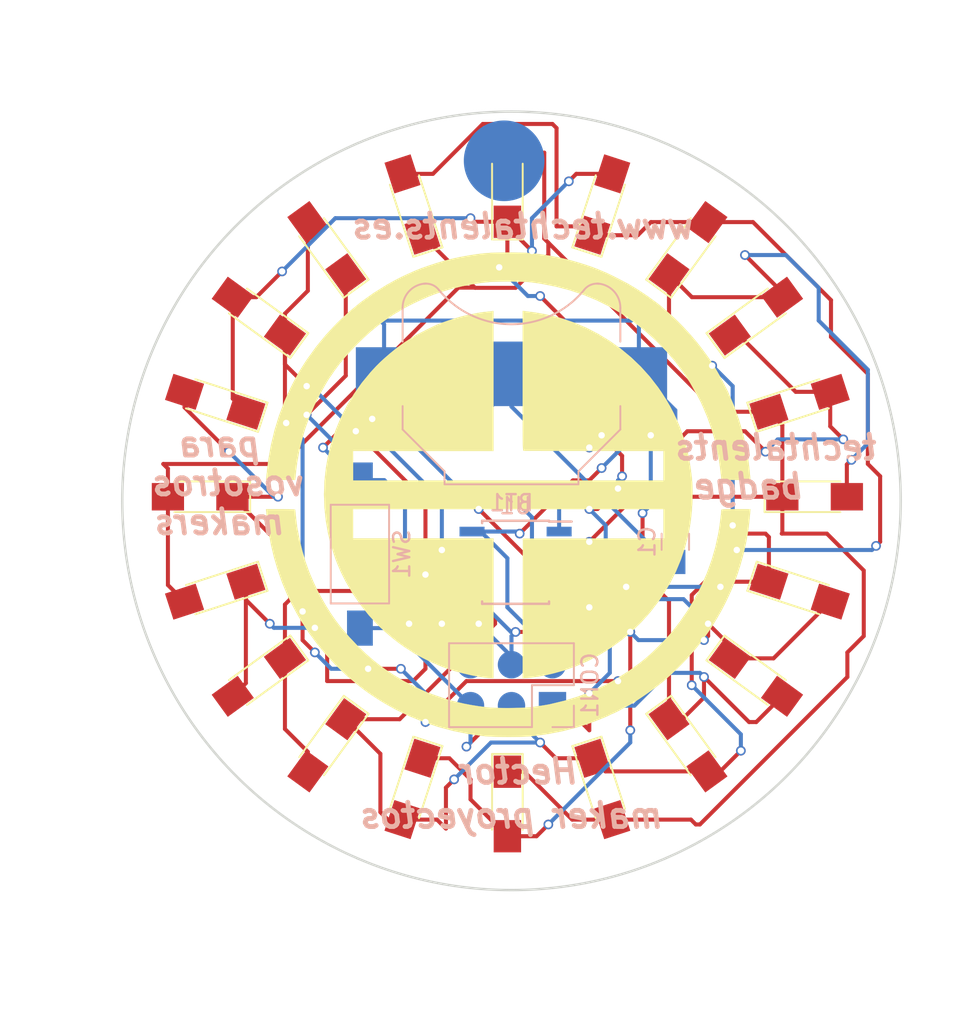
<source format=kicad_pcb>
(kicad_pcb (version 4) (host pcbnew 4.0.7)

  (general
    (links 53)
    (no_connects 0)
    (area 185.085652 49.703652 233.506348 98.124348)
    (thickness 1.6)
    (drawings 6)
    (tracks 383)
    (zones 0)
    (modules 27)
    (nets 9)
  )

  (page A4)
  (layers
    (0 F.Cu signal)
    (31 B.Cu signal)
    (32 B.Adhes user)
    (33 F.Adhes user)
    (34 B.Paste user)
    (35 F.Paste user)
    (36 B.SilkS user)
    (37 F.SilkS user)
    (38 B.Mask user)
    (39 F.Mask user)
    (40 Dwgs.User user)
    (41 Cmts.User user)
    (42 Eco1.User user)
    (43 Eco2.User user)
    (44 Edge.Cuts user)
    (45 Margin user)
    (46 B.CrtYd user)
    (47 F.CrtYd user)
    (48 B.Fab user)
    (49 F.Fab user)
  )

  (setup
    (last_trace_width 0.25)
    (trace_clearance 0.2)
    (zone_clearance 0.2)
    (zone_45_only no)
    (trace_min 0.2)
    (segment_width 0.2)
    (edge_width 0.15)
    (via_size 0.6)
    (via_drill 0.4)
    (via_min_size 0.4)
    (via_min_drill 0.3)
    (uvia_size 0.3)
    (uvia_drill 0.1)
    (uvias_allowed no)
    (uvia_min_size 0.2)
    (uvia_min_drill 0.1)
    (pcb_text_width 0.3)
    (pcb_text_size 1.5 1.5)
    (mod_edge_width 0.15)
    (mod_text_size 1 1)
    (mod_text_width 0.15)
    (pad_size 5 5)
    (pad_drill 0)
    (pad_to_mask_clearance 0.2)
    (aux_axis_origin 0 0)
    (visible_elements 7FFFFFFF)
    (pcbplotparams
      (layerselection 0x00030_80000001)
      (usegerberextensions false)
      (excludeedgelayer true)
      (linewidth 0.100000)
      (plotframeref false)
      (viasonmask false)
      (mode 1)
      (useauxorigin false)
      (hpglpennumber 1)
      (hpglpenspeed 20)
      (hpglpendiameter 15)
      (hpglpenoverlay 2)
      (psnegative false)
      (psa4output false)
      (plotreference true)
      (plotvalue true)
      (plotinvisibletext false)
      (padsonsilk false)
      (subtractmaskfromsilk false)
      (outputformat 1)
      (mirror false)
      (drillshape 1)
      (scaleselection 1)
      (outputdirectory ""))
  )

  (net 0 "")
  (net 1 +3V3)
  (net 2 GND)
  (net 3 /MISO)
  (net 4 /SCK)
  (net 5 /MOSI)
  (net 6 /RESET)
  (net 7 "Net-(D1-Pad1)")
  (net 8 "Net-(D12-Pad1)")

  (net_class Default "Esta es la clase de red por defecto."
    (clearance 0.2)
    (trace_width 0.25)
    (via_dia 0.6)
    (via_drill 0.4)
    (uvia_dia 0.3)
    (uvia_drill 0.1)
    (add_net +3V3)
    (add_net /MISO)
    (add_net /MOSI)
    (add_net /RESET)
    (add_net /SCK)
    (add_net GND)
    (add_net "Net-(D1-Pad1)")
    (add_net "Net-(D12-Pad1)")
  )

  (module Pin_Headers:Pin_Header_Straight_1x01_Pitch2.00mm (layer B.Cu) (tedit 5A75A6E5) (tstamp 5A75A432)
    (at 208.84 52.83)
    (descr "Through hole straight pin header, 1x01, 2.00mm pitch, single row")
    (tags "Through hole pin header THT 1x01 2.00mm single row")
    (fp_text reference REF** (at 9.59 2.41) (layer B.SilkS) hide
      (effects (font (size 1 1) (thickness 0.15)) (justify mirror))
    )
    (fp_text value Pin_Header_Straight_1x01_Pitch2.00mm (at 0 -2.06) (layer B.Fab)
      (effects (font (size 1 1) (thickness 0.15)) (justify mirror))
    )
    (fp_line (start -0.5 1) (end 1 1) (layer Dwgs.User) (width 0.1))
    (fp_line (start 1 1) (end 1 -1) (layer Dwgs.User) (width 0.1))
    (fp_line (start 1 -1) (end -1 -1) (layer Dwgs.User) (width 0.1))
    (fp_line (start -1 -1) (end -1 0.5) (layer Dwgs.User) (width 0.1))
    (fp_line (start -1 0.5) (end -0.5 1) (layer Dwgs.User) (width 0.1))
    (fp_line (start -1.06 -1.06) (end 1.06 -1.06) (layer Dwgs.User) (width 0.12))
    (fp_line (start -1.06 -1) (end -1.06 -1.06) (layer Dwgs.User) (width 0.12))
    (fp_line (start 1.06 -1) (end 1.06 -1.06) (layer Dwgs.User) (width 0.12))
    (fp_line (start -1.06 -1) (end 1.06 -1) (layer Dwgs.User) (width 0.12))
    (fp_line (start -1.06 0) (end -1.06 1.06) (layer Dwgs.User) (width 0.12))
    (fp_line (start -1.06 1.06) (end 0 1.06) (layer Dwgs.User) (width 0.12))
    (fp_line (start -1.5 1.5) (end -1.5 -1.5) (layer Dwgs.User) (width 0.05))
    (fp_line (start -1.5 -1.5) (end 1.5 -1.5) (layer Dwgs.User) (width 0.05))
    (fp_line (start 1.5 -1.5) (end 1.5 1.5) (layer Dwgs.User) (width 0.05))
    (fp_line (start 1.5 1.5) (end -1.5 1.5) (layer Dwgs.User) (width 0.05))
    (fp_text user %R (at 0 0 270) (layer B.Fab)
      (effects (font (size 1 1) (thickness 0.15)) (justify mirror))
    )
    (pad 1 smd circle (at 0 0) (size 5 5) (layers B.Cu B.Paste B.Mask))
  )

  (module Pin_Headers:Pin_Header_Straight_2x03_Pitch2.54mm (layer B.Cu) (tedit 5A6335C8) (tstamp 5A633AA0)
    (at 211.836 86.614 90)
    (descr "Through hole straight pin header, 2x03, 2.54mm pitch, double rows")
    (tags "Through hole pin header THT 2x03 2.54mm double row")
    (path /5A634E10)
    (fp_text reference CON1 (at 1.27 2.33 90) (layer B.SilkS)
      (effects (font (size 1 1) (thickness 0.15)) (justify mirror))
    )
    (fp_text value AVR-ISP-6 (at 1.27 -7.41 90) (layer B.Fab)
      (effects (font (size 1 1) (thickness 0.15)) (justify mirror))
    )
    (fp_line (start 0 1.27) (end 3.81 1.27) (layer B.Fab) (width 0.1))
    (fp_line (start 3.81 1.27) (end 3.81 -6.35) (layer B.Fab) (width 0.1))
    (fp_line (start 3.81 -6.35) (end -1.27 -6.35) (layer B.Fab) (width 0.1))
    (fp_line (start -1.27 -6.35) (end -1.27 0) (layer B.Fab) (width 0.1))
    (fp_line (start -1.27 0) (end 0 1.27) (layer B.Fab) (width 0.1))
    (fp_line (start -1.33 -6.41) (end 3.87 -6.41) (layer B.SilkS) (width 0.12))
    (fp_line (start -1.33 -1.27) (end -1.33 -6.41) (layer B.SilkS) (width 0.12))
    (fp_line (start 3.87 1.33) (end 3.87 -6.41) (layer B.SilkS) (width 0.12))
    (fp_line (start -1.33 -1.27) (end 1.27 -1.27) (layer B.SilkS) (width 0.12))
    (fp_line (start 1.27 -1.27) (end 1.27 1.33) (layer B.SilkS) (width 0.12))
    (fp_line (start 1.27 1.33) (end 3.87 1.33) (layer B.SilkS) (width 0.12))
    (fp_line (start -1.33 0) (end -1.33 1.33) (layer B.SilkS) (width 0.12))
    (fp_line (start -1.33 1.33) (end 0 1.33) (layer B.SilkS) (width 0.12))
    (fp_line (start -1.8 1.8) (end -1.8 -6.85) (layer B.CrtYd) (width 0.05))
    (fp_line (start -1.8 -6.85) (end 4.35 -6.85) (layer B.CrtYd) (width 0.05))
    (fp_line (start 4.35 -6.85) (end 4.35 1.8) (layer B.CrtYd) (width 0.05))
    (fp_line (start 4.35 1.8) (end -1.8 1.8) (layer B.CrtYd) (width 0.05))
    (fp_text user %R (at 1.27 -2.54 360) (layer B.Fab)
      (effects (font (size 1 1) (thickness 0.15)) (justify mirror))
    )
    (pad 1 smd rect (at 0 0 90) (size 1.7 1.7) (layers B.Cu B.Paste B.Mask)
      (net 3 /MISO))
    (pad 2 smd oval (at 2.54 0 90) (size 1.7 1.7) (layers B.Cu B.Paste B.Mask)
      (net 1 +3V3))
    (pad 3 smd oval (at 0 -2.54 90) (size 1.7 1.7) (layers B.Cu B.Paste B.Mask)
      (net 4 /SCK))
    (pad 4 smd oval (at 2.54 -2.54 90) (size 1.7 1.7) (layers B.Cu B.Paste B.Mask)
      (net 5 /MOSI))
    (pad 5 smd oval (at 0 -5.08 90) (size 1.7 1.7) (layers B.Cu B.Paste B.Mask)
      (net 6 /RESET))
    (pad 6 smd oval (at 2.54 -5.08 90) (size 1.7 1.7) (layers B.Cu B.Paste B.Mask)
      (net 2 GND))
  )

  (module Battery_Holders:Keystone_3000_1x12mm-CoinCell (layer B.Cu) (tedit 58972371) (tstamp 5A633A90)
    (at 209.296 66.04)
    (descr http://www.keyelco.com/product-pdf.cfm?p=777)
    (tags "Keystone type 3000 coin cell retainer")
    (path /5A63339C)
    (attr smd)
    (fp_text reference BT1 (at 0 8) (layer B.SilkS)
      (effects (font (size 1 1) (thickness 0.15)) (justify mirror))
    )
    (fp_text value Battery_Cell (at 0 -7.5) (layer B.Fab)
      (effects (font (size 1 1) (thickness 0.15)) (justify mirror))
    )
    (fp_arc (start 0 0) (end 0 -6.75) (angle -36.6) (layer B.CrtYd) (width 0.05))
    (fp_arc (start 0.11 -9.15) (end 4.22 -5.65) (angle 3.1) (layer B.CrtYd) (width 0.05))
    (fp_arc (start 0.11 -9.15) (end -4.22 -5.65) (angle -3.1) (layer B.CrtYd) (width 0.05))
    (fp_arc (start 0 0) (end 0 -6.75) (angle 36.6) (layer B.CrtYd) (width 0.05))
    (fp_arc (start 5.25 -4.1) (end 5.3 -6.1) (angle 90) (layer B.CrtYd) (width 0.05))
    (fp_arc (start 5.29 -4.6) (end 4.22 -5.65) (angle 54.1) (layer B.CrtYd) (width 0.05))
    (fp_arc (start -5.29 -4.6) (end -4.22 -5.65) (angle -54.1) (layer B.CrtYd) (width 0.05))
    (fp_circle (center 0 0) (end 0 -6.25) (layer Dwgs.User) (width 0.15))
    (fp_arc (start 5.29 -4.6) (end 4.5 -5.2) (angle 60) (layer B.SilkS) (width 0.12))
    (fp_arc (start -5.29 -4.6) (end -4.5 -5.2) (angle -60) (layer B.SilkS) (width 0.12))
    (fp_arc (start 0 -8.9) (end -4.5 -5.2) (angle -101) (layer B.SilkS) (width 0.12))
    (fp_arc (start 5.29 -4.6) (end 4.6 -5.1) (angle 60) (layer B.Fab) (width 0.1))
    (fp_arc (start -5.29 -4.6) (end -4.6 -5.1) (angle -60) (layer B.Fab) (width 0.1))
    (fp_arc (start 0 -8.9) (end -4.6 -5.1) (angle -101) (layer B.Fab) (width 0.1))
    (fp_arc (start -5.25 -4.1) (end -5.3 -6.1) (angle -90) (layer B.CrtYd) (width 0.05))
    (fp_arc (start 5.25 -4.1) (end 5.3 -5.6) (angle 90) (layer B.SilkS) (width 0.12))
    (fp_arc (start -5.25 -4.1) (end -5.3 -5.6) (angle -90) (layer B.SilkS) (width 0.12))
    (fp_line (start -7.25 -2.15) (end -7.25 -4.1) (layer B.CrtYd) (width 0.05))
    (fp_line (start 7.25 -2.15) (end 7.25 -4.1) (layer B.CrtYd) (width 0.05))
    (fp_line (start 6.75 -2) (end 6.75 -4.1) (layer B.SilkS) (width 0.12))
    (fp_line (start -6.75 -2) (end -6.75 -4.1) (layer B.SilkS) (width 0.12))
    (fp_arc (start 5.25 -4.1) (end 5.3 -5.45) (angle 90) (layer B.Fab) (width 0.1))
    (fp_line (start 7.25 2.15) (end 7.25 3.8) (layer B.CrtYd) (width 0.05))
    (fp_line (start 7.25 3.8) (end 4.65 6.4) (layer B.CrtYd) (width 0.05))
    (fp_line (start 4.65 6.4) (end 4.65 7.35) (layer B.CrtYd) (width 0.05))
    (fp_line (start -4.65 7.35) (end 4.65 7.35) (layer B.CrtYd) (width 0.05))
    (fp_line (start -4.65 6.4) (end -4.65 7.35) (layer B.CrtYd) (width 0.05))
    (fp_line (start -7.25 3.8) (end -4.65 6.4) (layer B.CrtYd) (width 0.05))
    (fp_line (start -7.25 2.15) (end -7.25 3.8) (layer B.CrtYd) (width 0.05))
    (fp_line (start -6.75 2) (end -6.75 3.45) (layer B.SilkS) (width 0.12))
    (fp_line (start -6.75 3.45) (end -4.15 6.05) (layer B.SilkS) (width 0.12))
    (fp_line (start -4.15 6.05) (end -4.15 6.85) (layer B.SilkS) (width 0.12))
    (fp_line (start -4.15 6.85) (end 4.15 6.85) (layer B.SilkS) (width 0.12))
    (fp_line (start 4.15 6.85) (end 4.15 6.05) (layer B.SilkS) (width 0.12))
    (fp_line (start 4.15 6.05) (end 6.75 3.45) (layer B.SilkS) (width 0.12))
    (fp_line (start 6.75 3.45) (end 6.75 2) (layer B.SilkS) (width 0.12))
    (fp_line (start -7.25 2.15) (end -10.15 2.15) (layer B.CrtYd) (width 0.05))
    (fp_line (start -10.15 2.15) (end -10.15 -2.15) (layer B.CrtYd) (width 0.05))
    (fp_line (start -10.15 -2.15) (end -7.25 -2.15) (layer B.CrtYd) (width 0.05))
    (fp_line (start 7.25 2.15) (end 10.15 2.15) (layer B.CrtYd) (width 0.05))
    (fp_line (start 10.15 2.15) (end 10.15 -2.15) (layer B.CrtYd) (width 0.05))
    (fp_line (start 10.15 -2.15) (end 7.25 -2.15) (layer B.CrtYd) (width 0.05))
    (fp_arc (start -5.25 -4.1) (end -5.3 -5.45) (angle -90) (layer B.Fab) (width 0.1))
    (fp_line (start 6.6 3.4) (end 6.6 -4.1) (layer B.Fab) (width 0.1))
    (fp_line (start -6.6 3.4) (end -6.6 -4.1) (layer B.Fab) (width 0.1))
    (fp_line (start 4 6) (end 6.6 3.4) (layer B.Fab) (width 0.1))
    (fp_line (start -4 6) (end -6.6 3.4) (layer B.Fab) (width 0.1))
    (fp_line (start 4 6.7) (end 4 6) (layer B.Fab) (width 0.1))
    (fp_line (start -4 6.7) (end -4 6) (layer B.Fab) (width 0.1))
    (fp_line (start -4 6.7) (end 4 6.7) (layer B.Fab) (width 0.1))
    (pad 1 smd rect (at -7.9 0) (size 3.5 3.3) (layers B.Cu B.Paste B.Mask)
      (net 1 +3V3))
    (pad 1 smd rect (at 7.9 0) (size 3.5 3.3) (layers B.Cu B.Paste B.Mask)
      (net 1 +3V3))
    (pad 2 smd rect (at 0 0) (size 4 4) (layers B.Cu B.Mask)
      (net 2 GND))
    (model Battery_Holders.3dshapes/Keystone_3000_1x12mm-CoinCell.wrl
      (at (xyz 0 0 0))
      (scale (xyz 1 1 1))
      (rotate (xyz 0 0 0))
    )
  )

  (module Capacitors_SMD:C_0805_HandSoldering (layer B.Cu) (tedit 58AA84A8) (tstamp 5A633A96)
    (at 219.456 76.454 270)
    (descr "Capacitor SMD 0805, hand soldering")
    (tags "capacitor 0805")
    (path /5A6333E7)
    (attr smd)
    (fp_text reference C1 (at 0 1.75 270) (layer B.SilkS)
      (effects (font (size 1 1) (thickness 0.15)) (justify mirror))
    )
    (fp_text value CP (at 0 -1.75 270) (layer B.Fab)
      (effects (font (size 1 1) (thickness 0.15)) (justify mirror))
    )
    (fp_text user %R (at 0 1.75 270) (layer B.Fab)
      (effects (font (size 1 1) (thickness 0.15)) (justify mirror))
    )
    (fp_line (start -1 -0.62) (end -1 0.62) (layer B.Fab) (width 0.1))
    (fp_line (start 1 -0.62) (end -1 -0.62) (layer B.Fab) (width 0.1))
    (fp_line (start 1 0.62) (end 1 -0.62) (layer B.Fab) (width 0.1))
    (fp_line (start -1 0.62) (end 1 0.62) (layer B.Fab) (width 0.1))
    (fp_line (start 0.5 0.85) (end -0.5 0.85) (layer B.SilkS) (width 0.12))
    (fp_line (start -0.5 -0.85) (end 0.5 -0.85) (layer B.SilkS) (width 0.12))
    (fp_line (start -2.25 0.88) (end 2.25 0.88) (layer B.CrtYd) (width 0.05))
    (fp_line (start -2.25 0.88) (end -2.25 -0.87) (layer B.CrtYd) (width 0.05))
    (fp_line (start 2.25 -0.87) (end 2.25 0.88) (layer B.CrtYd) (width 0.05))
    (fp_line (start 2.25 -0.87) (end -2.25 -0.87) (layer B.CrtYd) (width 0.05))
    (pad 1 smd rect (at -1.25 0 270) (size 1.5 1.25) (layers B.Cu B.Paste B.Mask)
      (net 1 +3V3))
    (pad 2 smd rect (at 1.25 0 270) (size 1.5 1.25) (layers B.Cu B.Paste B.Mask)
      (net 2 GND))
    (model Capacitors_SMD.3dshapes/C_0805.wrl
      (at (xyz 0 0 0))
      (scale (xyz 1 1 1))
      (rotate (xyz 0 0 0))
    )
  )

  (module LEDs:LED_1206_HandSoldering (layer F.Cu) (tedit 595FC724) (tstamp 5A633AA6)
    (at 228.092 73.66)
    (descr "LED SMD 1206, hand soldering")
    (tags "LED 1206")
    (path /5A632008)
    (attr smd)
    (fp_text reference D1 (at 0 -1.85) (layer F.SilkS) hide
      (effects (font (size 1 1) (thickness 0.15)))
    )
    (fp_text value LED (at 0 1.9) (layer F.Fab)
      (effects (font (size 1 1) (thickness 0.15)))
    )
    (fp_line (start -3.1 -0.95) (end -3.1 0.95) (layer F.SilkS) (width 0.12))
    (fp_line (start -0.4 0) (end 0.2 -0.4) (layer F.Fab) (width 0.1))
    (fp_line (start 0.2 -0.4) (end 0.2 0.4) (layer F.Fab) (width 0.1))
    (fp_line (start 0.2 0.4) (end -0.4 0) (layer F.Fab) (width 0.1))
    (fp_line (start -0.45 -0.4) (end -0.45 0.4) (layer F.Fab) (width 0.1))
    (fp_line (start -1.6 0.8) (end -1.6 -0.8) (layer F.Fab) (width 0.1))
    (fp_line (start 1.6 0.8) (end -1.6 0.8) (layer F.Fab) (width 0.1))
    (fp_line (start 1.6 -0.8) (end 1.6 0.8) (layer F.Fab) (width 0.1))
    (fp_line (start -1.6 -0.8) (end 1.6 -0.8) (layer F.Fab) (width 0.1))
    (fp_line (start -3.1 0.95) (end 1.6 0.95) (layer F.SilkS) (width 0.12))
    (fp_line (start -3.1 -0.95) (end 1.6 -0.95) (layer F.SilkS) (width 0.12))
    (fp_line (start -3.25 -1.11) (end 3.25 -1.11) (layer F.CrtYd) (width 0.05))
    (fp_line (start -3.25 -1.11) (end -3.25 1.1) (layer F.CrtYd) (width 0.05))
    (fp_line (start 3.25 1.1) (end 3.25 -1.11) (layer F.CrtYd) (width 0.05))
    (fp_line (start 3.25 1.1) (end -3.25 1.1) (layer F.CrtYd) (width 0.05))
    (pad 1 smd rect (at -2 0) (size 2 1.7) (layers F.Cu F.Paste F.Mask)
      (net 7 "Net-(D1-Pad1)"))
    (pad 2 smd rect (at 2 0) (size 2 1.7) (layers F.Cu F.Paste F.Mask)
      (net 5 /MOSI))
    (model ${KISYS3DMOD}/LEDs.3dshapes/LED_1206.wrl
      (at (xyz 0 0 0))
      (scale (xyz 1 1 1))
      (rotate (xyz 0 0 180))
    )
  )

  (module LEDs:LED_1206_HandSoldering (layer F.Cu) (tedit 595FC724) (tstamp 5A633AAC)
    (at 227.159626 79.546773 342)
    (descr "LED SMD 1206, hand soldering")
    (tags "LED 1206")
    (path /5A632002)
    (attr smd)
    (fp_text reference D2 (at 0 -1.85 342) (layer F.SilkS) hide
      (effects (font (size 1 1) (thickness 0.15)))
    )
    (fp_text value LED (at 0 1.9 342) (layer F.Fab)
      (effects (font (size 1 1) (thickness 0.15)))
    )
    (fp_line (start -3.1 -0.95) (end -3.1 0.95) (layer F.SilkS) (width 0.12))
    (fp_line (start -0.4 0) (end 0.2 -0.4) (layer F.Fab) (width 0.1))
    (fp_line (start 0.2 -0.4) (end 0.2 0.4) (layer F.Fab) (width 0.1))
    (fp_line (start 0.2 0.4) (end -0.4 0) (layer F.Fab) (width 0.1))
    (fp_line (start -0.45 -0.4) (end -0.45 0.4) (layer F.Fab) (width 0.1))
    (fp_line (start -1.6 0.8) (end -1.6 -0.8) (layer F.Fab) (width 0.1))
    (fp_line (start 1.6 0.8) (end -1.6 0.8) (layer F.Fab) (width 0.1))
    (fp_line (start 1.6 -0.8) (end 1.6 0.8) (layer F.Fab) (width 0.1))
    (fp_line (start -1.6 -0.8) (end 1.6 -0.8) (layer F.Fab) (width 0.1))
    (fp_line (start -3.1 0.95) (end 1.6 0.95) (layer F.SilkS) (width 0.12))
    (fp_line (start -3.1 -0.95) (end 1.6 -0.95) (layer F.SilkS) (width 0.12))
    (fp_line (start -3.25 -1.11) (end 3.25 -1.11) (layer F.CrtYd) (width 0.05))
    (fp_line (start -3.25 -1.11) (end -3.25 1.1) (layer F.CrtYd) (width 0.05))
    (fp_line (start 3.25 1.1) (end 3.25 -1.11) (layer F.CrtYd) (width 0.05))
    (fp_line (start 3.25 1.1) (end -3.25 1.1) (layer F.CrtYd) (width 0.05))
    (pad 1 smd rect (at -2 0 342) (size 2 1.7) (layers F.Cu F.Paste F.Mask)
      (net 5 /MOSI))
    (pad 2 smd rect (at 2 0 342) (size 2 1.7) (layers F.Cu F.Paste F.Mask)
      (net 8 "Net-(D12-Pad1)"))
    (model ${KISYS3DMOD}/LEDs.3dshapes/LED_1206.wrl
      (at (xyz 0 0 0))
      (scale (xyz 1 1 1))
      (rotate (xyz 0 0 180))
    )
  )

  (module LEDs:LED_1206_HandSoldering (layer F.Cu) (tedit 595FC724) (tstamp 5A633AB2)
    (at 224.453773 84.857309 324)
    (descr "LED SMD 1206, hand soldering")
    (tags "LED 1206")
    (path /5A631FFC)
    (attr smd)
    (fp_text reference D3 (at 0 -1.85 324) (layer F.SilkS) hide
      (effects (font (size 1 1) (thickness 0.15)))
    )
    (fp_text value LED (at 0 1.9 324) (layer F.Fab)
      (effects (font (size 1 1) (thickness 0.15)))
    )
    (fp_line (start -3.1 -0.95) (end -3.1 0.95) (layer F.SilkS) (width 0.12))
    (fp_line (start -0.4 0) (end 0.2 -0.4) (layer F.Fab) (width 0.1))
    (fp_line (start 0.2 -0.4) (end 0.2 0.4) (layer F.Fab) (width 0.1))
    (fp_line (start 0.2 0.4) (end -0.4 0) (layer F.Fab) (width 0.1))
    (fp_line (start -0.45 -0.4) (end -0.45 0.4) (layer F.Fab) (width 0.1))
    (fp_line (start -1.6 0.8) (end -1.6 -0.8) (layer F.Fab) (width 0.1))
    (fp_line (start 1.6 0.8) (end -1.6 0.8) (layer F.Fab) (width 0.1))
    (fp_line (start 1.6 -0.8) (end 1.6 0.8) (layer F.Fab) (width 0.1))
    (fp_line (start -1.6 -0.8) (end 1.6 -0.8) (layer F.Fab) (width 0.1))
    (fp_line (start -3.1 0.95) (end 1.6 0.95) (layer F.SilkS) (width 0.12))
    (fp_line (start -3.1 -0.95) (end 1.6 -0.95) (layer F.SilkS) (width 0.12))
    (fp_line (start -3.25 -1.11) (end 3.25 -1.11) (layer F.CrtYd) (width 0.05))
    (fp_line (start -3.25 -1.11) (end -3.25 1.1) (layer F.CrtYd) (width 0.05))
    (fp_line (start 3.25 1.1) (end 3.25 -1.11) (layer F.CrtYd) (width 0.05))
    (fp_line (start 3.25 1.1) (end -3.25 1.1) (layer F.CrtYd) (width 0.05))
    (pad 1 smd rect (at -2 0 324) (size 2 1.7) (layers F.Cu F.Paste F.Mask)
      (net 8 "Net-(D12-Pad1)"))
    (pad 2 smd rect (at 2 0 324) (size 2 1.7) (layers F.Cu F.Paste F.Mask)
      (net 3 /MISO))
    (model ${KISYS3DMOD}/LEDs.3dshapes/LED_1206.wrl
      (at (xyz 0 0 0))
      (scale (xyz 1 1 1))
      (rotate (xyz 0 0 180))
    )
  )

  (module LEDs:LED_1206_HandSoldering (layer F.Cu) (tedit 595FC724) (tstamp 5A633AB8)
    (at 220.239309 89.071773 306)
    (descr "LED SMD 1206, hand soldering")
    (tags "LED 1206")
    (path /5A631FF6)
    (attr smd)
    (fp_text reference D4 (at 0 -1.85 306) (layer F.SilkS) hide
      (effects (font (size 1 1) (thickness 0.15)))
    )
    (fp_text value LED (at 0 1.9 306) (layer F.Fab)
      (effects (font (size 1 1) (thickness 0.15)))
    )
    (fp_line (start -3.1 -0.95) (end -3.1 0.95) (layer F.SilkS) (width 0.12))
    (fp_line (start -0.4 0) (end 0.2 -0.4) (layer F.Fab) (width 0.1))
    (fp_line (start 0.2 -0.4) (end 0.2 0.4) (layer F.Fab) (width 0.1))
    (fp_line (start 0.2 0.4) (end -0.4 0) (layer F.Fab) (width 0.1))
    (fp_line (start -0.45 -0.4) (end -0.45 0.4) (layer F.Fab) (width 0.1))
    (fp_line (start -1.6 0.8) (end -1.6 -0.8) (layer F.Fab) (width 0.1))
    (fp_line (start 1.6 0.8) (end -1.6 0.8) (layer F.Fab) (width 0.1))
    (fp_line (start 1.6 -0.8) (end 1.6 0.8) (layer F.Fab) (width 0.1))
    (fp_line (start -1.6 -0.8) (end 1.6 -0.8) (layer F.Fab) (width 0.1))
    (fp_line (start -3.1 0.95) (end 1.6 0.95) (layer F.SilkS) (width 0.12))
    (fp_line (start -3.1 -0.95) (end 1.6 -0.95) (layer F.SilkS) (width 0.12))
    (fp_line (start -3.25 -1.11) (end 3.25 -1.11) (layer F.CrtYd) (width 0.05))
    (fp_line (start -3.25 -1.11) (end -3.25 1.1) (layer F.CrtYd) (width 0.05))
    (fp_line (start 3.25 1.1) (end 3.25 -1.11) (layer F.CrtYd) (width 0.05))
    (fp_line (start 3.25 1.1) (end -3.25 1.1) (layer F.CrtYd) (width 0.05))
    (pad 1 smd rect (at -2 0 306) (size 2 1.7) (layers F.Cu F.Paste F.Mask)
      (net 3 /MISO))
    (pad 2 smd rect (at 2 0 306) (size 2 1.7) (layers F.Cu F.Paste F.Mask)
      (net 4 /SCK))
    (model ${KISYS3DMOD}/LEDs.3dshapes/LED_1206.wrl
      (at (xyz 0 0 0))
      (scale (xyz 1 1 1))
      (rotate (xyz 0 0 180))
    )
  )

  (module LEDs:LED_1206_HandSoldering (layer F.Cu) (tedit 595FC724) (tstamp 5A633ABE)
    (at 214.928773 91.777626 288)
    (descr "LED SMD 1206, hand soldering")
    (tags "LED 1206")
    (path /5A631FF0)
    (attr smd)
    (fp_text reference D5 (at 0 -1.85 288) (layer F.SilkS) hide
      (effects (font (size 1 1) (thickness 0.15)))
    )
    (fp_text value LED (at 0 1.9 288) (layer F.Fab)
      (effects (font (size 1 1) (thickness 0.15)))
    )
    (fp_line (start -3.1 -0.95) (end -3.1 0.95) (layer F.SilkS) (width 0.12))
    (fp_line (start -0.4 0) (end 0.2 -0.4) (layer F.Fab) (width 0.1))
    (fp_line (start 0.2 -0.4) (end 0.2 0.4) (layer F.Fab) (width 0.1))
    (fp_line (start 0.2 0.4) (end -0.4 0) (layer F.Fab) (width 0.1))
    (fp_line (start -0.45 -0.4) (end -0.45 0.4) (layer F.Fab) (width 0.1))
    (fp_line (start -1.6 0.8) (end -1.6 -0.8) (layer F.Fab) (width 0.1))
    (fp_line (start 1.6 0.8) (end -1.6 0.8) (layer F.Fab) (width 0.1))
    (fp_line (start 1.6 -0.8) (end 1.6 0.8) (layer F.Fab) (width 0.1))
    (fp_line (start -1.6 -0.8) (end 1.6 -0.8) (layer F.Fab) (width 0.1))
    (fp_line (start -3.1 0.95) (end 1.6 0.95) (layer F.SilkS) (width 0.12))
    (fp_line (start -3.1 -0.95) (end 1.6 -0.95) (layer F.SilkS) (width 0.12))
    (fp_line (start -3.25 -1.11) (end 3.25 -1.11) (layer F.CrtYd) (width 0.05))
    (fp_line (start -3.25 -1.11) (end -3.25 1.1) (layer F.CrtYd) (width 0.05))
    (fp_line (start 3.25 1.1) (end 3.25 -1.11) (layer F.CrtYd) (width 0.05))
    (fp_line (start 3.25 1.1) (end -3.25 1.1) (layer F.CrtYd) (width 0.05))
    (pad 1 smd rect (at -2 0 288) (size 2 1.7) (layers F.Cu F.Paste F.Mask)
      (net 4 /SCK))
    (pad 2 smd rect (at 2 0 288) (size 2 1.7) (layers F.Cu F.Paste F.Mask)
      (net 7 "Net-(D1-Pad1)"))
    (model ${KISYS3DMOD}/LEDs.3dshapes/LED_1206.wrl
      (at (xyz 0 0 0))
      (scale (xyz 1 1 1))
      (rotate (xyz 0 0 180))
    )
  )

  (module LEDs:LED_1206_HandSoldering (layer F.Cu) (tedit 595FC724) (tstamp 5A633AC4)
    (at 209.042 92.71 270)
    (descr "LED SMD 1206, hand soldering")
    (tags "LED 1206")
    (path /5A631FEA)
    (attr smd)
    (fp_text reference D6 (at 0 -1.85 270) (layer F.SilkS) hide
      (effects (font (size 1 1) (thickness 0.15)))
    )
    (fp_text value LED (at 0 1.9 270) (layer F.Fab)
      (effects (font (size 1 1) (thickness 0.15)))
    )
    (fp_line (start -3.1 -0.95) (end -3.1 0.95) (layer F.SilkS) (width 0.12))
    (fp_line (start -0.4 0) (end 0.2 -0.4) (layer F.Fab) (width 0.1))
    (fp_line (start 0.2 -0.4) (end 0.2 0.4) (layer F.Fab) (width 0.1))
    (fp_line (start 0.2 0.4) (end -0.4 0) (layer F.Fab) (width 0.1))
    (fp_line (start -0.45 -0.4) (end -0.45 0.4) (layer F.Fab) (width 0.1))
    (fp_line (start -1.6 0.8) (end -1.6 -0.8) (layer F.Fab) (width 0.1))
    (fp_line (start 1.6 0.8) (end -1.6 0.8) (layer F.Fab) (width 0.1))
    (fp_line (start 1.6 -0.8) (end 1.6 0.8) (layer F.Fab) (width 0.1))
    (fp_line (start -1.6 -0.8) (end 1.6 -0.8) (layer F.Fab) (width 0.1))
    (fp_line (start -3.1 0.95) (end 1.6 0.95) (layer F.SilkS) (width 0.12))
    (fp_line (start -3.1 -0.95) (end 1.6 -0.95) (layer F.SilkS) (width 0.12))
    (fp_line (start -3.25 -1.11) (end 3.25 -1.11) (layer F.CrtYd) (width 0.05))
    (fp_line (start -3.25 -1.11) (end -3.25 1.1) (layer F.CrtYd) (width 0.05))
    (fp_line (start 3.25 1.1) (end 3.25 -1.11) (layer F.CrtYd) (width 0.05))
    (fp_line (start 3.25 1.1) (end -3.25 1.1) (layer F.CrtYd) (width 0.05))
    (pad 1 smd rect (at -2 0 270) (size 2 1.7) (layers F.Cu F.Paste F.Mask)
      (net 7 "Net-(D1-Pad1)"))
    (pad 2 smd rect (at 2 0 270) (size 2 1.7) (layers F.Cu F.Paste F.Mask)
      (net 8 "Net-(D12-Pad1)"))
    (model ${KISYS3DMOD}/LEDs.3dshapes/LED_1206.wrl
      (at (xyz 0 0 0))
      (scale (xyz 1 1 1))
      (rotate (xyz 0 0 180))
    )
  )

  (module LEDs:LED_1206_HandSoldering (layer F.Cu) (tedit 595FC724) (tstamp 5A633ACA)
    (at 203.155226 91.777626 252)
    (descr "LED SMD 1206, hand soldering")
    (tags "LED 1206")
    (path /5A631FE4)
    (attr smd)
    (fp_text reference D7 (at 0 -1.85 252) (layer F.SilkS) hide
      (effects (font (size 1 1) (thickness 0.15)))
    )
    (fp_text value LED (at 0 1.9 252) (layer F.Fab)
      (effects (font (size 1 1) (thickness 0.15)))
    )
    (fp_line (start -3.1 -0.95) (end -3.1 0.95) (layer F.SilkS) (width 0.12))
    (fp_line (start -0.4 0) (end 0.2 -0.4) (layer F.Fab) (width 0.1))
    (fp_line (start 0.2 -0.4) (end 0.2 0.4) (layer F.Fab) (width 0.1))
    (fp_line (start 0.2 0.4) (end -0.4 0) (layer F.Fab) (width 0.1))
    (fp_line (start -0.45 -0.4) (end -0.45 0.4) (layer F.Fab) (width 0.1))
    (fp_line (start -1.6 0.8) (end -1.6 -0.8) (layer F.Fab) (width 0.1))
    (fp_line (start 1.6 0.8) (end -1.6 0.8) (layer F.Fab) (width 0.1))
    (fp_line (start 1.6 -0.8) (end 1.6 0.8) (layer F.Fab) (width 0.1))
    (fp_line (start -1.6 -0.8) (end 1.6 -0.8) (layer F.Fab) (width 0.1))
    (fp_line (start -3.1 0.95) (end 1.6 0.95) (layer F.SilkS) (width 0.12))
    (fp_line (start -3.1 -0.95) (end 1.6 -0.95) (layer F.SilkS) (width 0.12))
    (fp_line (start -3.25 -1.11) (end 3.25 -1.11) (layer F.CrtYd) (width 0.05))
    (fp_line (start -3.25 -1.11) (end -3.25 1.1) (layer F.CrtYd) (width 0.05))
    (fp_line (start 3.25 1.1) (end 3.25 -1.11) (layer F.CrtYd) (width 0.05))
    (fp_line (start 3.25 1.1) (end -3.25 1.1) (layer F.CrtYd) (width 0.05))
    (pad 1 smd rect (at -2 0 252) (size 2 1.7) (layers F.Cu F.Paste F.Mask)
      (net 8 "Net-(D12-Pad1)"))
    (pad 2 smd rect (at 2 0 252) (size 2 1.7) (layers F.Cu F.Paste F.Mask)
      (net 4 /SCK))
    (model ${KISYS3DMOD}/LEDs.3dshapes/LED_1206.wrl
      (at (xyz 0 0 0))
      (scale (xyz 1 1 1))
      (rotate (xyz 0 0 180))
    )
  )

  (module LEDs:LED_1206_HandSoldering (layer F.Cu) (tedit 595FC724) (tstamp 5A633AD0)
    (at 197.84469 89.071773 234)
    (descr "LED SMD 1206, hand soldering")
    (tags "LED 1206")
    (path /5A631FDE)
    (attr smd)
    (fp_text reference D8 (at 0 -1.85 234) (layer F.SilkS) hide
      (effects (font (size 1 1) (thickness 0.15)))
    )
    (fp_text value LED (at 0 1.9 234) (layer F.Fab)
      (effects (font (size 1 1) (thickness 0.15)))
    )
    (fp_line (start -3.1 -0.95) (end -3.1 0.95) (layer F.SilkS) (width 0.12))
    (fp_line (start -0.4 0) (end 0.2 -0.4) (layer F.Fab) (width 0.1))
    (fp_line (start 0.2 -0.4) (end 0.2 0.4) (layer F.Fab) (width 0.1))
    (fp_line (start 0.2 0.4) (end -0.4 0) (layer F.Fab) (width 0.1))
    (fp_line (start -0.45 -0.4) (end -0.45 0.4) (layer F.Fab) (width 0.1))
    (fp_line (start -1.6 0.8) (end -1.6 -0.8) (layer F.Fab) (width 0.1))
    (fp_line (start 1.6 0.8) (end -1.6 0.8) (layer F.Fab) (width 0.1))
    (fp_line (start 1.6 -0.8) (end 1.6 0.8) (layer F.Fab) (width 0.1))
    (fp_line (start -1.6 -0.8) (end 1.6 -0.8) (layer F.Fab) (width 0.1))
    (fp_line (start -3.1 0.95) (end 1.6 0.95) (layer F.SilkS) (width 0.12))
    (fp_line (start -3.1 -0.95) (end 1.6 -0.95) (layer F.SilkS) (width 0.12))
    (fp_line (start -3.25 -1.11) (end 3.25 -1.11) (layer F.CrtYd) (width 0.05))
    (fp_line (start -3.25 -1.11) (end -3.25 1.1) (layer F.CrtYd) (width 0.05))
    (fp_line (start 3.25 1.1) (end 3.25 -1.11) (layer F.CrtYd) (width 0.05))
    (fp_line (start 3.25 1.1) (end -3.25 1.1) (layer F.CrtYd) (width 0.05))
    (pad 1 smd rect (at -2 0 234) (size 2 1.7) (layers F.Cu F.Paste F.Mask)
      (net 4 /SCK))
    (pad 2 smd rect (at 2 0 234) (size 2 1.7) (layers F.Cu F.Paste F.Mask)
      (net 5 /MOSI))
    (model ${KISYS3DMOD}/LEDs.3dshapes/LED_1206.wrl
      (at (xyz 0 0 0))
      (scale (xyz 1 1 1))
      (rotate (xyz 0 0 180))
    )
  )

  (module LEDs:LED_1206_HandSoldering (layer F.Cu) (tedit 595FC724) (tstamp 5A633AD6)
    (at 193.630227 84.857309 216)
    (descr "LED SMD 1206, hand soldering")
    (tags "LED 1206")
    (path /5A631FD8)
    (attr smd)
    (fp_text reference D9 (at 0 -1.85 216) (layer F.SilkS) hide
      (effects (font (size 1 1) (thickness 0.15)))
    )
    (fp_text value LED (at 0 1.9 216) (layer F.Fab)
      (effects (font (size 1 1) (thickness 0.15)))
    )
    (fp_line (start -3.1 -0.95) (end -3.1 0.95) (layer F.SilkS) (width 0.12))
    (fp_line (start -0.4 0) (end 0.2 -0.4) (layer F.Fab) (width 0.1))
    (fp_line (start 0.2 -0.4) (end 0.2 0.4) (layer F.Fab) (width 0.1))
    (fp_line (start 0.2 0.4) (end -0.4 0) (layer F.Fab) (width 0.1))
    (fp_line (start -0.45 -0.4) (end -0.45 0.4) (layer F.Fab) (width 0.1))
    (fp_line (start -1.6 0.8) (end -1.6 -0.8) (layer F.Fab) (width 0.1))
    (fp_line (start 1.6 0.8) (end -1.6 0.8) (layer F.Fab) (width 0.1))
    (fp_line (start 1.6 -0.8) (end 1.6 0.8) (layer F.Fab) (width 0.1))
    (fp_line (start -1.6 -0.8) (end 1.6 -0.8) (layer F.Fab) (width 0.1))
    (fp_line (start -3.1 0.95) (end 1.6 0.95) (layer F.SilkS) (width 0.12))
    (fp_line (start -3.1 -0.95) (end 1.6 -0.95) (layer F.SilkS) (width 0.12))
    (fp_line (start -3.25 -1.11) (end 3.25 -1.11) (layer F.CrtYd) (width 0.05))
    (fp_line (start -3.25 -1.11) (end -3.25 1.1) (layer F.CrtYd) (width 0.05))
    (fp_line (start 3.25 1.1) (end 3.25 -1.11) (layer F.CrtYd) (width 0.05))
    (fp_line (start 3.25 1.1) (end -3.25 1.1) (layer F.CrtYd) (width 0.05))
    (pad 1 smd rect (at -2 0 216) (size 2 1.7) (layers F.Cu F.Paste F.Mask)
      (net 5 /MOSI))
    (pad 2 smd rect (at 2 0 216) (size 2 1.7) (layers F.Cu F.Paste F.Mask)
      (net 3 /MISO))
    (model ${KISYS3DMOD}/LEDs.3dshapes/LED_1206.wrl
      (at (xyz 0 0 0))
      (scale (xyz 1 1 1))
      (rotate (xyz 0 0 180))
    )
  )

  (module LEDs:LED_1206_HandSoldering (layer F.Cu) (tedit 595FC724) (tstamp 5A633ADC)
    (at 190.924374 79.546773 198)
    (descr "LED SMD 1206, hand soldering")
    (tags "LED 1206")
    (path /5A631FD2)
    (attr smd)
    (fp_text reference D10 (at 0 -1.85 198) (layer F.SilkS) hide
      (effects (font (size 1 1) (thickness 0.15)))
    )
    (fp_text value LED (at 0 1.9 198) (layer F.Fab)
      (effects (font (size 1 1) (thickness 0.15)))
    )
    (fp_line (start -3.1 -0.95) (end -3.1 0.95) (layer F.SilkS) (width 0.12))
    (fp_line (start -0.4 0) (end 0.2 -0.4) (layer F.Fab) (width 0.1))
    (fp_line (start 0.2 -0.4) (end 0.2 0.4) (layer F.Fab) (width 0.1))
    (fp_line (start 0.2 0.4) (end -0.4 0) (layer F.Fab) (width 0.1))
    (fp_line (start -0.45 -0.4) (end -0.45 0.4) (layer F.Fab) (width 0.1))
    (fp_line (start -1.6 0.8) (end -1.6 -0.8) (layer F.Fab) (width 0.1))
    (fp_line (start 1.6 0.8) (end -1.6 0.8) (layer F.Fab) (width 0.1))
    (fp_line (start 1.6 -0.8) (end 1.6 0.8) (layer F.Fab) (width 0.1))
    (fp_line (start -1.6 -0.8) (end 1.6 -0.8) (layer F.Fab) (width 0.1))
    (fp_line (start -3.1 0.95) (end 1.6 0.95) (layer F.SilkS) (width 0.12))
    (fp_line (start -3.1 -0.95) (end 1.6 -0.95) (layer F.SilkS) (width 0.12))
    (fp_line (start -3.25 -1.11) (end 3.25 -1.11) (layer F.CrtYd) (width 0.05))
    (fp_line (start -3.25 -1.11) (end -3.25 1.1) (layer F.CrtYd) (width 0.05))
    (fp_line (start 3.25 1.1) (end 3.25 -1.11) (layer F.CrtYd) (width 0.05))
    (fp_line (start 3.25 1.1) (end -3.25 1.1) (layer F.CrtYd) (width 0.05))
    (pad 1 smd rect (at -2 0 198) (size 2 1.7) (layers F.Cu F.Paste F.Mask)
      (net 3 /MISO))
    (pad 2 smd rect (at 2 0 198) (size 2 1.7) (layers F.Cu F.Paste F.Mask)
      (net 7 "Net-(D1-Pad1)"))
    (model ${KISYS3DMOD}/LEDs.3dshapes/LED_1206.wrl
      (at (xyz 0 0 0))
      (scale (xyz 1 1 1))
      (rotate (xyz 0 0 180))
    )
  )

  (module LEDs:LED_1206_HandSoldering (layer F.Cu) (tedit 595FC724) (tstamp 5A633AE2)
    (at 189.992 73.66 180)
    (descr "LED SMD 1206, hand soldering")
    (tags "LED 1206")
    (path /5A631363)
    (attr smd)
    (fp_text reference D11 (at 0 -1.85 180) (layer F.SilkS) hide
      (effects (font (size 1 1) (thickness 0.15)))
    )
    (fp_text value LED (at 0 1.9 180) (layer F.Fab)
      (effects (font (size 1 1) (thickness 0.15)))
    )
    (fp_line (start -3.1 -0.95) (end -3.1 0.95) (layer F.SilkS) (width 0.12))
    (fp_line (start -0.4 0) (end 0.2 -0.4) (layer F.Fab) (width 0.1))
    (fp_line (start 0.2 -0.4) (end 0.2 0.4) (layer F.Fab) (width 0.1))
    (fp_line (start 0.2 0.4) (end -0.4 0) (layer F.Fab) (width 0.1))
    (fp_line (start -0.45 -0.4) (end -0.45 0.4) (layer F.Fab) (width 0.1))
    (fp_line (start -1.6 0.8) (end -1.6 -0.8) (layer F.Fab) (width 0.1))
    (fp_line (start 1.6 0.8) (end -1.6 0.8) (layer F.Fab) (width 0.1))
    (fp_line (start 1.6 -0.8) (end 1.6 0.8) (layer F.Fab) (width 0.1))
    (fp_line (start -1.6 -0.8) (end 1.6 -0.8) (layer F.Fab) (width 0.1))
    (fp_line (start -3.1 0.95) (end 1.6 0.95) (layer F.SilkS) (width 0.12))
    (fp_line (start -3.1 -0.95) (end 1.6 -0.95) (layer F.SilkS) (width 0.12))
    (fp_line (start -3.25 -1.11) (end 3.25 -1.11) (layer F.CrtYd) (width 0.05))
    (fp_line (start -3.25 -1.11) (end -3.25 1.1) (layer F.CrtYd) (width 0.05))
    (fp_line (start 3.25 1.1) (end 3.25 -1.11) (layer F.CrtYd) (width 0.05))
    (fp_line (start 3.25 1.1) (end -3.25 1.1) (layer F.CrtYd) (width 0.05))
    (pad 1 smd rect (at -2 0 180) (size 2 1.7) (layers F.Cu F.Paste F.Mask)
      (net 5 /MOSI))
    (pad 2 smd rect (at 2 0 180) (size 2 1.7) (layers F.Cu F.Paste F.Mask)
      (net 7 "Net-(D1-Pad1)"))
    (model ${KISYS3DMOD}/LEDs.3dshapes/LED_1206.wrl
      (at (xyz 0 0 0))
      (scale (xyz 1 1 1))
      (rotate (xyz 0 0 180))
    )
  )

  (module LEDs:LED_1206_HandSoldering (layer F.Cu) (tedit 595FC724) (tstamp 5A633AE8)
    (at 190.924374 67.773226 162)
    (descr "LED SMD 1206, hand soldering")
    (tags "LED 1206")
    (path /5A631660)
    (attr smd)
    (fp_text reference D12 (at 0 -1.85 162) (layer F.SilkS) hide
      (effects (font (size 1 1) (thickness 0.15)))
    )
    (fp_text value LED (at 0 1.9 162) (layer F.Fab)
      (effects (font (size 1 1) (thickness 0.15)))
    )
    (fp_line (start -3.1 -0.95) (end -3.1 0.95) (layer F.SilkS) (width 0.12))
    (fp_line (start -0.4 0) (end 0.2 -0.4) (layer F.Fab) (width 0.1))
    (fp_line (start 0.2 -0.4) (end 0.2 0.4) (layer F.Fab) (width 0.1))
    (fp_line (start 0.2 0.4) (end -0.4 0) (layer F.Fab) (width 0.1))
    (fp_line (start -0.45 -0.4) (end -0.45 0.4) (layer F.Fab) (width 0.1))
    (fp_line (start -1.6 0.8) (end -1.6 -0.8) (layer F.Fab) (width 0.1))
    (fp_line (start 1.6 0.8) (end -1.6 0.8) (layer F.Fab) (width 0.1))
    (fp_line (start 1.6 -0.8) (end 1.6 0.8) (layer F.Fab) (width 0.1))
    (fp_line (start -1.6 -0.8) (end 1.6 -0.8) (layer F.Fab) (width 0.1))
    (fp_line (start -3.1 0.95) (end 1.6 0.95) (layer F.SilkS) (width 0.12))
    (fp_line (start -3.1 -0.95) (end 1.6 -0.95) (layer F.SilkS) (width 0.12))
    (fp_line (start -3.25 -1.11) (end 3.25 -1.11) (layer F.CrtYd) (width 0.05))
    (fp_line (start -3.25 -1.11) (end -3.25 1.1) (layer F.CrtYd) (width 0.05))
    (fp_line (start 3.25 1.1) (end 3.25 -1.11) (layer F.CrtYd) (width 0.05))
    (fp_line (start 3.25 1.1) (end -3.25 1.1) (layer F.CrtYd) (width 0.05))
    (pad 1 smd rect (at -2 0 162) (size 2 1.7) (layers F.Cu F.Paste F.Mask)
      (net 8 "Net-(D12-Pad1)"))
    (pad 2 smd rect (at 2 0 162) (size 2 1.7) (layers F.Cu F.Paste F.Mask)
      (net 5 /MOSI))
    (model ${KISYS3DMOD}/LEDs.3dshapes/LED_1206.wrl
      (at (xyz 0 0 0))
      (scale (xyz 1 1 1))
      (rotate (xyz 0 0 180))
    )
  )

  (module LEDs:LED_1206_HandSoldering (layer F.Cu) (tedit 595FC724) (tstamp 5A633AEE)
    (at 193.630227 62.46269 144)
    (descr "LED SMD 1206, hand soldering")
    (tags "LED 1206")
    (path /5A6316DA)
    (attr smd)
    (fp_text reference D13 (at 0 -1.85 144) (layer F.SilkS) hide
      (effects (font (size 1 1) (thickness 0.15)))
    )
    (fp_text value LED (at 0 1.9 144) (layer F.Fab)
      (effects (font (size 1 1) (thickness 0.15)))
    )
    (fp_line (start -3.1 -0.95) (end -3.1 0.95) (layer F.SilkS) (width 0.12))
    (fp_line (start -0.4 0) (end 0.2 -0.4) (layer F.Fab) (width 0.1))
    (fp_line (start 0.2 -0.4) (end 0.2 0.4) (layer F.Fab) (width 0.1))
    (fp_line (start 0.2 0.4) (end -0.4 0) (layer F.Fab) (width 0.1))
    (fp_line (start -0.45 -0.4) (end -0.45 0.4) (layer F.Fab) (width 0.1))
    (fp_line (start -1.6 0.8) (end -1.6 -0.8) (layer F.Fab) (width 0.1))
    (fp_line (start 1.6 0.8) (end -1.6 0.8) (layer F.Fab) (width 0.1))
    (fp_line (start 1.6 -0.8) (end 1.6 0.8) (layer F.Fab) (width 0.1))
    (fp_line (start -1.6 -0.8) (end 1.6 -0.8) (layer F.Fab) (width 0.1))
    (fp_line (start -3.1 0.95) (end 1.6 0.95) (layer F.SilkS) (width 0.12))
    (fp_line (start -3.1 -0.95) (end 1.6 -0.95) (layer F.SilkS) (width 0.12))
    (fp_line (start -3.25 -1.11) (end 3.25 -1.11) (layer F.CrtYd) (width 0.05))
    (fp_line (start -3.25 -1.11) (end -3.25 1.1) (layer F.CrtYd) (width 0.05))
    (fp_line (start 3.25 1.1) (end 3.25 -1.11) (layer F.CrtYd) (width 0.05))
    (fp_line (start 3.25 1.1) (end -3.25 1.1) (layer F.CrtYd) (width 0.05))
    (pad 1 smd rect (at -2 0 144) (size 2 1.7) (layers F.Cu F.Paste F.Mask)
      (net 3 /MISO))
    (pad 2 smd rect (at 2 0 144) (size 2 1.7) (layers F.Cu F.Paste F.Mask)
      (net 8 "Net-(D12-Pad1)"))
    (model ${KISYS3DMOD}/LEDs.3dshapes/LED_1206.wrl
      (at (xyz 0 0 0))
      (scale (xyz 1 1 1))
      (rotate (xyz 0 0 180))
    )
  )

  (module LEDs:LED_1206_HandSoldering (layer F.Cu) (tedit 595FC724) (tstamp 5A633AF4)
    (at 197.84469 58.248227 126)
    (descr "LED SMD 1206, hand soldering")
    (tags "LED 1206")
    (path /5A63171B)
    (attr smd)
    (fp_text reference D14 (at 0 -1.85 126) (layer F.SilkS) hide
      (effects (font (size 1 1) (thickness 0.15)))
    )
    (fp_text value LED (at 0 1.9 126) (layer F.Fab)
      (effects (font (size 1 1) (thickness 0.15)))
    )
    (fp_line (start -3.1 -0.95) (end -3.1 0.95) (layer F.SilkS) (width 0.12))
    (fp_line (start -0.4 0) (end 0.2 -0.4) (layer F.Fab) (width 0.1))
    (fp_line (start 0.2 -0.4) (end 0.2 0.4) (layer F.Fab) (width 0.1))
    (fp_line (start 0.2 0.4) (end -0.4 0) (layer F.Fab) (width 0.1))
    (fp_line (start -0.45 -0.4) (end -0.45 0.4) (layer F.Fab) (width 0.1))
    (fp_line (start -1.6 0.8) (end -1.6 -0.8) (layer F.Fab) (width 0.1))
    (fp_line (start 1.6 0.8) (end -1.6 0.8) (layer F.Fab) (width 0.1))
    (fp_line (start 1.6 -0.8) (end 1.6 0.8) (layer F.Fab) (width 0.1))
    (fp_line (start -1.6 -0.8) (end 1.6 -0.8) (layer F.Fab) (width 0.1))
    (fp_line (start -3.1 0.95) (end 1.6 0.95) (layer F.SilkS) (width 0.12))
    (fp_line (start -3.1 -0.95) (end 1.6 -0.95) (layer F.SilkS) (width 0.12))
    (fp_line (start -3.25 -1.11) (end 3.25 -1.11) (layer F.CrtYd) (width 0.05))
    (fp_line (start -3.25 -1.11) (end -3.25 1.1) (layer F.CrtYd) (width 0.05))
    (fp_line (start 3.25 1.1) (end 3.25 -1.11) (layer F.CrtYd) (width 0.05))
    (fp_line (start 3.25 1.1) (end -3.25 1.1) (layer F.CrtYd) (width 0.05))
    (pad 1 smd rect (at -2 0 126) (size 2 1.7) (layers F.Cu F.Paste F.Mask)
      (net 4 /SCK))
    (pad 2 smd rect (at 2 0 126) (size 2 1.7) (layers F.Cu F.Paste F.Mask)
      (net 3 /MISO))
    (model ${KISYS3DMOD}/LEDs.3dshapes/LED_1206.wrl
      (at (xyz 0 0 0))
      (scale (xyz 1 1 1))
      (rotate (xyz 0 0 180))
    )
  )

  (module LEDs:LED_1206_HandSoldering (layer F.Cu) (tedit 595FC724) (tstamp 5A633AFA)
    (at 203.155226 55.542374 108)
    (descr "LED SMD 1206, hand soldering")
    (tags "LED 1206")
    (path /5A63174C)
    (attr smd)
    (fp_text reference D15 (at 0 -1.85 108) (layer F.SilkS) hide
      (effects (font (size 1 1) (thickness 0.15)))
    )
    (fp_text value LED (at 0 1.9 108) (layer F.Fab)
      (effects (font (size 1 1) (thickness 0.15)))
    )
    (fp_line (start -3.1 -0.95) (end -3.1 0.95) (layer F.SilkS) (width 0.12))
    (fp_line (start -0.4 0) (end 0.2 -0.4) (layer F.Fab) (width 0.1))
    (fp_line (start 0.2 -0.4) (end 0.2 0.4) (layer F.Fab) (width 0.1))
    (fp_line (start 0.2 0.4) (end -0.4 0) (layer F.Fab) (width 0.1))
    (fp_line (start -0.45 -0.4) (end -0.45 0.4) (layer F.Fab) (width 0.1))
    (fp_line (start -1.6 0.8) (end -1.6 -0.8) (layer F.Fab) (width 0.1))
    (fp_line (start 1.6 0.8) (end -1.6 0.8) (layer F.Fab) (width 0.1))
    (fp_line (start 1.6 -0.8) (end 1.6 0.8) (layer F.Fab) (width 0.1))
    (fp_line (start -1.6 -0.8) (end 1.6 -0.8) (layer F.Fab) (width 0.1))
    (fp_line (start -3.1 0.95) (end 1.6 0.95) (layer F.SilkS) (width 0.12))
    (fp_line (start -3.1 -0.95) (end 1.6 -0.95) (layer F.SilkS) (width 0.12))
    (fp_line (start -3.25 -1.11) (end 3.25 -1.11) (layer F.CrtYd) (width 0.05))
    (fp_line (start -3.25 -1.11) (end -3.25 1.1) (layer F.CrtYd) (width 0.05))
    (fp_line (start 3.25 1.1) (end 3.25 -1.11) (layer F.CrtYd) (width 0.05))
    (fp_line (start 3.25 1.1) (end -3.25 1.1) (layer F.CrtYd) (width 0.05))
    (pad 1 smd rect (at -2 0 108) (size 2 1.7) (layers F.Cu F.Paste F.Mask)
      (net 7 "Net-(D1-Pad1)"))
    (pad 2 smd rect (at 2 0 108) (size 2 1.7) (layers F.Cu F.Paste F.Mask)
      (net 4 /SCK))
    (model ${KISYS3DMOD}/LEDs.3dshapes/LED_1206.wrl
      (at (xyz 0 0 0))
      (scale (xyz 1 1 1))
      (rotate (xyz 0 0 180))
    )
  )

  (module LEDs:LED_1206_HandSoldering (layer F.Cu) (tedit 595FC724) (tstamp 5A633B00)
    (at 209.041999 54.61 90)
    (descr "LED SMD 1206, hand soldering")
    (tags "LED 1206")
    (path /5A6317E1)
    (attr smd)
    (fp_text reference D16 (at 0 -1.85 90) (layer F.SilkS) hide
      (effects (font (size 1 1) (thickness 0.15)))
    )
    (fp_text value LED (at 0 1.9 90) (layer F.Fab)
      (effects (font (size 1 1) (thickness 0.15)))
    )
    (fp_line (start -3.1 -0.95) (end -3.1 0.95) (layer F.SilkS) (width 0.12))
    (fp_line (start -0.4 0) (end 0.2 -0.4) (layer F.Fab) (width 0.1))
    (fp_line (start 0.2 -0.4) (end 0.2 0.4) (layer F.Fab) (width 0.1))
    (fp_line (start 0.2 0.4) (end -0.4 0) (layer F.Fab) (width 0.1))
    (fp_line (start -0.45 -0.4) (end -0.45 0.4) (layer F.Fab) (width 0.1))
    (fp_line (start -1.6 0.8) (end -1.6 -0.8) (layer F.Fab) (width 0.1))
    (fp_line (start 1.6 0.8) (end -1.6 0.8) (layer F.Fab) (width 0.1))
    (fp_line (start 1.6 -0.8) (end 1.6 0.8) (layer F.Fab) (width 0.1))
    (fp_line (start -1.6 -0.8) (end 1.6 -0.8) (layer F.Fab) (width 0.1))
    (fp_line (start -3.1 0.95) (end 1.6 0.95) (layer F.SilkS) (width 0.12))
    (fp_line (start -3.1 -0.95) (end 1.6 -0.95) (layer F.SilkS) (width 0.12))
    (fp_line (start -3.25 -1.11) (end 3.25 -1.11) (layer F.CrtYd) (width 0.05))
    (fp_line (start -3.25 -1.11) (end -3.25 1.1) (layer F.CrtYd) (width 0.05))
    (fp_line (start 3.25 1.1) (end 3.25 -1.11) (layer F.CrtYd) (width 0.05))
    (fp_line (start 3.25 1.1) (end -3.25 1.1) (layer F.CrtYd) (width 0.05))
    (pad 1 smd rect (at -2 0 90) (size 2 1.7) (layers F.Cu F.Paste F.Mask)
      (net 8 "Net-(D12-Pad1)"))
    (pad 2 smd rect (at 2 0 90) (size 2 1.7) (layers F.Cu F.Paste F.Mask)
      (net 7 "Net-(D1-Pad1)"))
    (model ${KISYS3DMOD}/LEDs.3dshapes/LED_1206.wrl
      (at (xyz 0 0 0))
      (scale (xyz 1 1 1))
      (rotate (xyz 0 0 180))
    )
  )

  (module LEDs:LED_1206_HandSoldering (layer F.Cu) (tedit 595FC724) (tstamp 5A633B06)
    (at 214.928773 55.542374 72)
    (descr "LED SMD 1206, hand soldering")
    (tags "LED 1206")
    (path /5A63182E)
    (attr smd)
    (fp_text reference D17 (at 0 -1.85 72) (layer F.SilkS) hide
      (effects (font (size 1 1) (thickness 0.15)))
    )
    (fp_text value LED (at 0 1.9 72) (layer F.Fab)
      (effects (font (size 1 1) (thickness 0.15)))
    )
    (fp_line (start -3.1 -0.95) (end -3.1 0.95) (layer F.SilkS) (width 0.12))
    (fp_line (start -0.4 0) (end 0.2 -0.4) (layer F.Fab) (width 0.1))
    (fp_line (start 0.2 -0.4) (end 0.2 0.4) (layer F.Fab) (width 0.1))
    (fp_line (start 0.2 0.4) (end -0.4 0) (layer F.Fab) (width 0.1))
    (fp_line (start -0.45 -0.4) (end -0.45 0.4) (layer F.Fab) (width 0.1))
    (fp_line (start -1.6 0.8) (end -1.6 -0.8) (layer F.Fab) (width 0.1))
    (fp_line (start 1.6 0.8) (end -1.6 0.8) (layer F.Fab) (width 0.1))
    (fp_line (start 1.6 -0.8) (end 1.6 0.8) (layer F.Fab) (width 0.1))
    (fp_line (start -1.6 -0.8) (end 1.6 -0.8) (layer F.Fab) (width 0.1))
    (fp_line (start -3.1 0.95) (end 1.6 0.95) (layer F.SilkS) (width 0.12))
    (fp_line (start -3.1 -0.95) (end 1.6 -0.95) (layer F.SilkS) (width 0.12))
    (fp_line (start -3.25 -1.11) (end 3.25 -1.11) (layer F.CrtYd) (width 0.05))
    (fp_line (start -3.25 -1.11) (end -3.25 1.1) (layer F.CrtYd) (width 0.05))
    (fp_line (start 3.25 1.1) (end 3.25 -1.11) (layer F.CrtYd) (width 0.05))
    (fp_line (start 3.25 1.1) (end -3.25 1.1) (layer F.CrtYd) (width 0.05))
    (pad 1 smd rect (at -2 0 72) (size 2 1.7) (layers F.Cu F.Paste F.Mask)
      (net 4 /SCK))
    (pad 2 smd rect (at 2 0 72) (size 2 1.7) (layers F.Cu F.Paste F.Mask)
      (net 8 "Net-(D12-Pad1)"))
    (model ${KISYS3DMOD}/LEDs.3dshapes/LED_1206.wrl
      (at (xyz 0 0 0))
      (scale (xyz 1 1 1))
      (rotate (xyz 0 0 180))
    )
  )

  (module LEDs:LED_1206_HandSoldering (layer F.Cu) (tedit 595FC724) (tstamp 5A633B0C)
    (at 220.239309 58.248227 54)
    (descr "LED SMD 1206, hand soldering")
    (tags "LED 1206")
    (path /5A63185B)
    (attr smd)
    (fp_text reference D18 (at 0 -1.85 54) (layer F.SilkS) hide
      (effects (font (size 1 1) (thickness 0.15)))
    )
    (fp_text value LED (at 0 1.9 54) (layer F.Fab)
      (effects (font (size 1 1) (thickness 0.15)))
    )
    (fp_line (start -3.1 -0.95) (end -3.1 0.95) (layer F.SilkS) (width 0.12))
    (fp_line (start -0.4 0) (end 0.2 -0.4) (layer F.Fab) (width 0.1))
    (fp_line (start 0.2 -0.4) (end 0.2 0.4) (layer F.Fab) (width 0.1))
    (fp_line (start 0.2 0.4) (end -0.4 0) (layer F.Fab) (width 0.1))
    (fp_line (start -0.45 -0.4) (end -0.45 0.4) (layer F.Fab) (width 0.1))
    (fp_line (start -1.6 0.8) (end -1.6 -0.8) (layer F.Fab) (width 0.1))
    (fp_line (start 1.6 0.8) (end -1.6 0.8) (layer F.Fab) (width 0.1))
    (fp_line (start 1.6 -0.8) (end 1.6 0.8) (layer F.Fab) (width 0.1))
    (fp_line (start -1.6 -0.8) (end 1.6 -0.8) (layer F.Fab) (width 0.1))
    (fp_line (start -3.1 0.95) (end 1.6 0.95) (layer F.SilkS) (width 0.12))
    (fp_line (start -3.1 -0.95) (end 1.6 -0.95) (layer F.SilkS) (width 0.12))
    (fp_line (start -3.25 -1.11) (end 3.25 -1.11) (layer F.CrtYd) (width 0.05))
    (fp_line (start -3.25 -1.11) (end -3.25 1.1) (layer F.CrtYd) (width 0.05))
    (fp_line (start 3.25 1.1) (end 3.25 -1.11) (layer F.CrtYd) (width 0.05))
    (fp_line (start 3.25 1.1) (end -3.25 1.1) (layer F.CrtYd) (width 0.05))
    (pad 1 smd rect (at -2 0 54) (size 2 1.7) (layers F.Cu F.Paste F.Mask)
      (net 5 /MOSI))
    (pad 2 smd rect (at 2 0 54) (size 2 1.7) (layers F.Cu F.Paste F.Mask)
      (net 4 /SCK))
    (model ${KISYS3DMOD}/LEDs.3dshapes/LED_1206.wrl
      (at (xyz 0 0 0))
      (scale (xyz 1 1 1))
      (rotate (xyz 0 0 180))
    )
  )

  (module LEDs:LED_1206_HandSoldering (layer F.Cu) (tedit 595FC724) (tstamp 5A633B12)
    (at 224.453773 62.46269 36)
    (descr "LED SMD 1206, hand soldering")
    (tags "LED 1206")
    (path /5A631892)
    (attr smd)
    (fp_text reference D19 (at 0 -1.85 36) (layer F.SilkS) hide
      (effects (font (size 1 1) (thickness 0.15)))
    )
    (fp_text value LED (at 0 1.9 36) (layer F.Fab)
      (effects (font (size 1 1) (thickness 0.15)))
    )
    (fp_line (start -3.1 -0.95) (end -3.1 0.95) (layer F.SilkS) (width 0.12))
    (fp_line (start -0.4 0) (end 0.2 -0.4) (layer F.Fab) (width 0.1))
    (fp_line (start 0.2 -0.4) (end 0.2 0.4) (layer F.Fab) (width 0.1))
    (fp_line (start 0.2 0.4) (end -0.4 0) (layer F.Fab) (width 0.1))
    (fp_line (start -0.45 -0.4) (end -0.45 0.4) (layer F.Fab) (width 0.1))
    (fp_line (start -1.6 0.8) (end -1.6 -0.8) (layer F.Fab) (width 0.1))
    (fp_line (start 1.6 0.8) (end -1.6 0.8) (layer F.Fab) (width 0.1))
    (fp_line (start 1.6 -0.8) (end 1.6 0.8) (layer F.Fab) (width 0.1))
    (fp_line (start -1.6 -0.8) (end 1.6 -0.8) (layer F.Fab) (width 0.1))
    (fp_line (start -3.1 0.95) (end 1.6 0.95) (layer F.SilkS) (width 0.12))
    (fp_line (start -3.1 -0.95) (end 1.6 -0.95) (layer F.SilkS) (width 0.12))
    (fp_line (start -3.25 -1.11) (end 3.25 -1.11) (layer F.CrtYd) (width 0.05))
    (fp_line (start -3.25 -1.11) (end -3.25 1.1) (layer F.CrtYd) (width 0.05))
    (fp_line (start 3.25 1.1) (end 3.25 -1.11) (layer F.CrtYd) (width 0.05))
    (fp_line (start 3.25 1.1) (end -3.25 1.1) (layer F.CrtYd) (width 0.05))
    (pad 1 smd rect (at -2 0 36) (size 2 1.7) (layers F.Cu F.Paste F.Mask)
      (net 3 /MISO))
    (pad 2 smd rect (at 2 0 36) (size 2 1.7) (layers F.Cu F.Paste F.Mask)
      (net 5 /MOSI))
    (model ${KISYS3DMOD}/LEDs.3dshapes/LED_1206.wrl
      (at (xyz 0 0 0))
      (scale (xyz 1 1 1))
      (rotate (xyz 0 0 180))
    )
  )

  (module LEDs:LED_1206_HandSoldering (layer F.Cu) (tedit 595FC724) (tstamp 5A633B18)
    (at 227.159626 67.773226 18)
    (descr "LED SMD 1206, hand soldering")
    (tags "LED 1206")
    (path /5A6318C7)
    (attr smd)
    (fp_text reference D20 (at 0 -1.85 18) (layer F.SilkS) hide
      (effects (font (size 1 1) (thickness 0.15)))
    )
    (fp_text value LED (at 0 1.9 18) (layer F.Fab)
      (effects (font (size 1 1) (thickness 0.15)))
    )
    (fp_line (start -3.1 -0.95) (end -3.1 0.95) (layer F.SilkS) (width 0.12))
    (fp_line (start -0.4 0) (end 0.2 -0.4) (layer F.Fab) (width 0.1))
    (fp_line (start 0.2 -0.4) (end 0.2 0.4) (layer F.Fab) (width 0.1))
    (fp_line (start 0.2 0.4) (end -0.4 0) (layer F.Fab) (width 0.1))
    (fp_line (start -0.45 -0.4) (end -0.45 0.4) (layer F.Fab) (width 0.1))
    (fp_line (start -1.6 0.8) (end -1.6 -0.8) (layer F.Fab) (width 0.1))
    (fp_line (start 1.6 0.8) (end -1.6 0.8) (layer F.Fab) (width 0.1))
    (fp_line (start 1.6 -0.8) (end 1.6 0.8) (layer F.Fab) (width 0.1))
    (fp_line (start -1.6 -0.8) (end 1.6 -0.8) (layer F.Fab) (width 0.1))
    (fp_line (start -3.1 0.95) (end 1.6 0.95) (layer F.SilkS) (width 0.12))
    (fp_line (start -3.1 -0.95) (end 1.6 -0.95) (layer F.SilkS) (width 0.12))
    (fp_line (start -3.25 -1.11) (end 3.25 -1.11) (layer F.CrtYd) (width 0.05))
    (fp_line (start -3.25 -1.11) (end -3.25 1.1) (layer F.CrtYd) (width 0.05))
    (fp_line (start 3.25 1.1) (end 3.25 -1.11) (layer F.CrtYd) (width 0.05))
    (fp_line (start 3.25 1.1) (end -3.25 1.1) (layer F.CrtYd) (width 0.05))
    (pad 1 smd rect (at -2 0 18) (size 2 1.7) (layers F.Cu F.Paste F.Mask)
      (net 7 "Net-(D1-Pad1)"))
    (pad 2 smd rect (at 2 0 18) (size 2 1.7) (layers F.Cu F.Paste F.Mask)
      (net 3 /MISO))
    (model ${KISYS3DMOD}/LEDs.3dshapes/LED_1206.wrl
      (at (xyz 0 0 0))
      (scale (xyz 1 1 1))
      (rotate (xyz 0 0 180))
    )
  )

  (module Buttons_Switches_SMD:SW_SPST_FSMSM (layer B.Cu) (tedit 58723FBE) (tstamp 5A633B1E)
    (at 199.898 77.216 90)
    (descr http://www.te.com/commerce/DocumentDelivery/DDEController?Action=srchrtrv&DocNm=1437566-3&DocType=Customer+Drawing&DocLang=English)
    (tags "SPST button tactile switch")
    (path /5A63367B)
    (attr smd)
    (fp_text reference SW1 (at 0 2.6 90) (layer B.SilkS)
      (effects (font (size 1 1) (thickness 0.15)) (justify mirror))
    )
    (fp_text value SW_Push (at 0 -3 90) (layer B.Fab)
      (effects (font (size 1 1) (thickness 0.15)) (justify mirror))
    )
    (fp_text user %R (at 0 2.6 90) (layer B.Fab)
      (effects (font (size 1 1) (thickness 0.15)) (justify mirror))
    )
    (fp_line (start -1.75 1) (end 1.75 1) (layer B.Fab) (width 0.1))
    (fp_line (start 1.75 1) (end 1.75 -1) (layer B.Fab) (width 0.1))
    (fp_line (start 1.75 -1) (end -1.75 -1) (layer B.Fab) (width 0.1))
    (fp_line (start -1.75 -1) (end -1.75 1) (layer B.Fab) (width 0.1))
    (fp_line (start -3.06 1.81) (end 3.06 1.81) (layer B.SilkS) (width 0.12))
    (fp_line (start 3.06 1.81) (end 3.06 -1.81) (layer B.SilkS) (width 0.12))
    (fp_line (start 3.06 -1.81) (end -3.06 -1.81) (layer B.SilkS) (width 0.12))
    (fp_line (start -3.06 -1.81) (end -3.06 1.81) (layer B.SilkS) (width 0.12))
    (fp_line (start -1.5 -0.8) (end 1.5 -0.8) (layer B.Fab) (width 0.1))
    (fp_line (start -1.5 0.8) (end 1.5 0.8) (layer B.Fab) (width 0.1))
    (fp_line (start 1.5 0.8) (end 1.5 -0.8) (layer B.Fab) (width 0.1))
    (fp_line (start -1.5 0.8) (end -1.5 -0.8) (layer B.Fab) (width 0.1))
    (fp_line (start -5.95 -2) (end 5.95 -2) (layer B.CrtYd) (width 0.05))
    (fp_line (start 5.95 2) (end 5.95 -2) (layer B.CrtYd) (width 0.05))
    (fp_line (start -3 -1.75) (end 3 -1.75) (layer B.Fab) (width 0.1))
    (fp_line (start -3 1.75) (end 3 1.75) (layer B.Fab) (width 0.1))
    (fp_line (start -3 1.75) (end -3 -1.75) (layer B.Fab) (width 0.1))
    (fp_line (start 3 1.75) (end 3 -1.75) (layer B.Fab) (width 0.1))
    (fp_line (start -5.95 2) (end -5.95 -2) (layer B.CrtYd) (width 0.05))
    (fp_line (start -5.95 2) (end 5.95 2) (layer B.CrtYd) (width 0.05))
    (pad 1 smd rect (at -4.59 0 90) (size 2.18 1.6) (layers B.Cu B.Paste B.Mask)
      (net 6 /RESET))
    (pad 2 smd rect (at 4.59 0 90) (size 2.18 1.6) (layers B.Cu B.Paste B.Mask)
      (net 2 GND))
    (model ${KISYS3DMOD}/Buttons_Switches_SMD.3dshapes/SW_SPST_FSMSM.wrl
      (at (xyz 0 0 0))
      (scale (xyz 1 1 1))
      (rotate (xyz 0 0 0))
    )
  )

  (module Housings_SOIC:SOIC-8_3.9x4.9mm_Pitch1.27mm (layer B.Cu) (tedit 58CD0CDA) (tstamp 5A633B2A)
    (at 209.55 77.724 180)
    (descr "8-Lead Plastic Small Outline (SN) - Narrow, 3.90 mm Body [SOIC] (see Microchip Packaging Specification 00000049BS.pdf)")
    (tags "SOIC 1.27")
    (path /5A6312F0)
    (attr smd)
    (fp_text reference U1 (at 0 3.5 180) (layer B.SilkS)
      (effects (font (size 1 1) (thickness 0.15)) (justify mirror))
    )
    (fp_text value ATTINY85-20SU (at 0 -3.5 180) (layer B.Fab)
      (effects (font (size 1 1) (thickness 0.15)) (justify mirror))
    )
    (fp_text user %R (at 0 0 180) (layer B.Fab)
      (effects (font (size 1 1) (thickness 0.15)) (justify mirror))
    )
    (fp_line (start -0.95 2.45) (end 1.95 2.45) (layer B.Fab) (width 0.1))
    (fp_line (start 1.95 2.45) (end 1.95 -2.45) (layer B.Fab) (width 0.1))
    (fp_line (start 1.95 -2.45) (end -1.95 -2.45) (layer B.Fab) (width 0.1))
    (fp_line (start -1.95 -2.45) (end -1.95 1.45) (layer B.Fab) (width 0.1))
    (fp_line (start -1.95 1.45) (end -0.95 2.45) (layer B.Fab) (width 0.1))
    (fp_line (start -3.73 2.7) (end -3.73 -2.7) (layer B.CrtYd) (width 0.05))
    (fp_line (start 3.73 2.7) (end 3.73 -2.7) (layer B.CrtYd) (width 0.05))
    (fp_line (start -3.73 2.7) (end 3.73 2.7) (layer B.CrtYd) (width 0.05))
    (fp_line (start -3.73 -2.7) (end 3.73 -2.7) (layer B.CrtYd) (width 0.05))
    (fp_line (start -2.075 2.575) (end -2.075 2.525) (layer B.SilkS) (width 0.15))
    (fp_line (start 2.075 2.575) (end 2.075 2.43) (layer B.SilkS) (width 0.15))
    (fp_line (start 2.075 -2.575) (end 2.075 -2.43) (layer B.SilkS) (width 0.15))
    (fp_line (start -2.075 -2.575) (end -2.075 -2.43) (layer B.SilkS) (width 0.15))
    (fp_line (start -2.075 2.575) (end 2.075 2.575) (layer B.SilkS) (width 0.15))
    (fp_line (start -2.075 -2.575) (end 2.075 -2.575) (layer B.SilkS) (width 0.15))
    (fp_line (start -2.075 2.525) (end -3.475 2.525) (layer B.SilkS) (width 0.15))
    (pad 1 smd rect (at -2.7 1.905 180) (size 1.55 0.6) (layers B.Cu B.Paste B.Mask)
      (net 6 /RESET))
    (pad 2 smd rect (at -2.7 0.635 180) (size 1.55 0.6) (layers B.Cu B.Paste B.Mask)
      (net 7 "Net-(D1-Pad1)"))
    (pad 3 smd rect (at -2.7 -0.635 180) (size 1.55 0.6) (layers B.Cu B.Paste B.Mask)
      (net 8 "Net-(D12-Pad1)"))
    (pad 4 smd rect (at -2.7 -1.905 180) (size 1.55 0.6) (layers B.Cu B.Paste B.Mask)
      (net 2 GND))
    (pad 5 smd rect (at 2.7 -1.905 180) (size 1.55 0.6) (layers B.Cu B.Paste B.Mask)
      (net 5 /MOSI))
    (pad 6 smd rect (at 2.7 -0.635 180) (size 1.55 0.6) (layers B.Cu B.Paste B.Mask)
      (net 3 /MISO))
    (pad 7 smd rect (at 2.7 0.635 180) (size 1.55 0.6) (layers B.Cu B.Paste B.Mask)
      (net 4 /SCK))
    (pad 8 smd rect (at 2.7 1.905 180) (size 1.55 0.6) (layers B.Cu B.Paste B.Mask)
      (net 1 +3V3))
    (model ${KISYS3DMOD}/Housings_SOIC.3dshapes/SOIC-8_3.9x4.9mm_Pitch1.27mm.wrl
      (at (xyz 0 0 0))
      (scale (xyz 1 1 1))
      (rotate (xyz 0 0 0))
    )
  )

  (module "badge:logo robot" (layer F.Cu) (tedit 0) (tstamp 5A759C19)
    (at 209.1 73.54)
    (fp_text reference G*** (at 0 0) (layer F.SilkS) hide
      (effects (font (thickness 0.3)))
    )
    (fp_text value LOGO (at 0.75 0) (layer F.SilkS) hide
      (effects (font (thickness 0.3)))
    )
    (fp_poly (pts (xy -13.846477 0.889443) (xy -13.634073 0.890979) (xy -13.472607 0.893913) (xy -13.3558 0.89855)
      (xy -13.277373 0.905196) (xy -13.231047 0.914158) (xy -13.210545 0.92574) (xy -13.208 0.933233)
      (xy -13.204248 0.997312) (xy -13.194043 1.110409) (xy -13.178962 1.258554) (xy -13.160582 1.427775)
      (xy -13.140479 1.6041) (xy -13.120232 1.773559) (xy -13.101416 1.922178) (xy -13.08561 2.035988)
      (xy -13.078604 2.079625) (xy -12.934519 2.811335) (xy -12.767722 3.495172) (xy -12.574066 4.143986)
      (xy -12.349404 4.770631) (xy -12.089588 5.387957) (xy -11.846052 5.898916) (xy -11.586347 6.391617)
      (xy -11.304609 6.878857) (xy -11.009292 7.347374) (xy -10.70885 7.783902) (xy -10.411736 8.17518)
      (xy -10.336464 8.267395) (xy -9.850546 8.828034) (xy -9.352708 9.354229) (xy -8.850093 9.839058)
      (xy -8.349843 10.275601) (xy -7.905715 10.622832) (xy -7.785267 10.709383) (xy -7.638565 10.811484)
      (xy -7.477092 10.921503) (xy -7.31233 11.031805) (xy -7.15576 11.134759) (xy -7.018865 11.222732)
      (xy -6.913128 11.28809) (xy -6.858 11.319315) (xy -6.754236 11.378549) (xy -6.65547 11.444312)
      (xy -6.651625 11.447167) (xy -6.590447 11.485187) (xy -6.481462 11.545143) (xy -6.334455 11.622219)
      (xy -6.15921 11.711602) (xy -5.965512 11.808474) (xy -5.763143 11.908021) (xy -5.561889 12.005427)
      (xy -5.371532 12.095877) (xy -5.201857 12.174556) (xy -5.062648 12.236647) (xy -4.968875 12.275372)
      (xy -4.855081 12.317448) (xy -4.705078 12.370915) (xy -4.529575 12.43216) (xy -4.33928 12.497572)
      (xy -4.144903 12.563538) (xy -3.957152 12.626447) (xy -3.786736 12.682685) (xy -3.644365 12.728641)
      (xy -3.540747 12.760703) (xy -3.487224 12.775142) (xy -3.422062 12.789406) (xy -3.315886 12.814775)
      (xy -3.189131 12.846341) (xy -3.159125 12.853984) (xy -2.766511 12.944821) (xy -2.325088 13.029704)
      (xy -1.849456 13.106105) (xy -1.354215 13.171494) (xy -1.27 13.181233) (xy -1.081246 13.197241)
      (xy -0.842249 13.209184) (xy -0.565429 13.21714) (xy -0.263202 13.221185) (xy 0.052015 13.221396)
      (xy 0.367804 13.21785) (xy 0.67175 13.210625) (xy 0.951433 13.199796) (xy 1.194438 13.185441)
      (xy 1.388346 13.167637) (xy 1.412875 13.164617) (xy 1.705527 13.125352) (xy 1.986867 13.084523)
      (xy 2.243031 13.044283) (xy 2.460157 13.006786) (xy 2.587625 12.982056) (xy 3.48607 12.766437)
      (xy 4.348098 12.500071) (xy 5.17781 12.181103) (xy 5.97931 11.807677) (xy 6.756699 11.377937)
      (xy 7.514082 10.890027) (xy 8.016875 10.526263) (xy 8.231614 10.361821) (xy 8.421432 10.211056)
      (xy 8.597466 10.064109) (xy 8.770854 9.911124) (xy 8.952734 9.742242) (xy 9.154244 9.547607)
      (xy 9.386522 9.31736) (xy 9.415077 9.288786) (xy 9.682858 9.014895) (xy 9.92082 8.757805)
      (xy 10.14356 8.500527) (xy 10.365673 8.22607) (xy 10.601759 7.917441) (xy 10.657779 7.84225)
      (xy 11.137964 7.1461) (xy 11.575856 6.411094) (xy 11.968148 5.644972) (xy 12.311534 4.855475)
      (xy 12.602708 4.050345) (xy 12.838364 3.237324) (xy 13.015195 2.424151) (xy 13.044626 2.253607)
      (xy 13.068917 2.097634) (xy 13.095244 1.914494) (xy 13.122034 1.716798) (xy 13.147714 1.517153)
      (xy 13.170711 1.328169) (xy 13.189452 1.162453) (xy 13.202363 1.032615) (xy 13.20787 0.951263)
      (xy 13.207961 0.944562) (xy 13.211734 0.928364) (xy 13.227559 0.915647) (xy 13.262238 0.905994)
      (xy 13.322568 0.898986) (xy 13.41535 0.894206) (xy 13.547384 0.891237) (xy 13.725468 0.889662)
      (xy 13.956402 0.889064) (xy 14.113152 0.889) (xy 15.018304 0.889) (xy 15.002931 1.055687)
      (xy 14.972195 1.382105) (xy 14.944579 1.657409) (xy 14.918464 1.893808) (xy 14.892228 2.103512)
      (xy 14.864252 2.298729) (xy 14.832914 2.491669) (xy 14.796594 2.69454) (xy 14.75956 2.88925)
      (xy 14.655618 3.373413) (xy 14.528787 3.877766) (xy 14.383888 4.386572) (xy 14.225742 4.884095)
      (xy 14.05917 5.354599) (xy 13.888993 5.782346) (xy 13.835507 5.9055) (xy 13.648352 6.317855)
      (xy 13.471477 6.687254) (xy 13.295588 7.031148) (xy 13.111392 7.366988) (xy 12.909592 7.712225)
      (xy 12.680896 8.08431) (xy 12.642672 8.145146) (xy 12.577462 8.247746) (xy 12.515444 8.342726)
      (xy 12.450397 8.438884) (xy 12.376106 8.545022) (xy 12.286351 8.669939) (xy 12.174914 8.822436)
      (xy 12.035578 9.011314) (xy 11.92903 9.155163) (xy 11.681228 9.472193) (xy 11.390395 9.814731)
      (xy 11.066095 10.172708) (xy 10.717894 10.536054) (xy 10.355356 10.894699) (xy 9.988046 11.238573)
      (xy 9.743048 11.456555) (xy 9.527662 11.636136) (xy 9.272186 11.836342) (xy 8.988519 12.048801)
      (xy 8.688561 12.265145) (xy 8.384211 12.477003) (xy 8.087367 12.676006) (xy 7.80993 12.853784)
      (xy 7.563797 13.001967) (xy 7.473946 13.052635) (xy 7.211135 13.196554) (xy 6.997181 13.312273)
      (xy 6.825788 13.403066) (xy 6.690665 13.472208) (xy 6.585516 13.522975) (xy 6.504048 13.558642)
      (xy 6.492954 13.563101) (xy 6.397578 13.603153) (xy 6.325663 13.637388) (xy 6.302454 13.651285)
      (xy 6.262697 13.672405) (xy 6.176134 13.712526) (xy 6.054616 13.766325) (xy 5.909995 13.828479)
      (xy 5.874078 13.843663) (xy 5.038945 14.1687) (xy 4.201774 14.439582) (xy 3.351806 14.659029)
      (xy 2.478282 14.829759) (xy 1.570443 14.954493) (xy 1.412875 14.971223) (xy 1.217946 14.986353)
      (xy 0.971626 14.998102) (xy 0.685934 15.006495) (xy 0.372886 15.011555) (xy 0.044503 15.013305)
      (xy -0.2872 15.011769) (xy -0.610203 15.006971) (xy -0.912489 14.998934) (xy -1.18204 14.987683)
      (xy -1.406838 14.973241) (xy -1.49225 14.965497) (xy -2.459196 14.834981) (xy -3.414124 14.643115)
      (xy -4.3535 14.391054) (xy -5.273794 14.079955) (xy -6.171474 13.710975) (xy -7.043007 13.285269)
      (xy -7.635523 12.954207) (xy -7.869417 12.812768) (xy -8.118778 12.655603) (xy -8.370275 12.491593)
      (xy -8.610582 12.329616) (xy -8.826369 12.178551) (xy -9.00431 12.047277) (xy -9.04875 12.012741)
      (xy -9.1644 11.921408) (xy -9.300634 11.813796) (xy -9.428217 11.712998) (xy -9.42975 11.711786)
      (xy -10.06944 11.171051) (xy -10.690509 10.576365) (xy -11.285754 9.936242) (xy -11.847973 9.259194)
      (xy -12.369964 8.553735) (xy -12.844524 7.82838) (xy -13.133053 7.33425) (xy -13.466219 6.704996)
      (xy -13.757167 6.093483) (xy -14.001825 5.508392) (xy -14.055841 5.36575) (xy -14.31818 4.606638)
      (xy -14.536307 3.861502) (xy -14.713717 3.114693) (xy -14.853901 2.350562) (xy -14.960353 1.55346)
      (xy -15.003675 1.119187) (xy -15.024194 0.889) (xy -14.116098 0.889) (xy -13.846477 0.889443)) (layer F.SilkS) (width 0.01))
    (fp_poly (pts (xy 1.071562 -11.383404) (xy 1.658645 -11.307007) (xy 2.245895 -11.203949) (xy 2.811844 -11.078432)
      (xy 3.278841 -10.951647) (xy 4.072276 -10.681837) (xy 4.842179 -10.354504) (xy 5.585189 -9.972132)
      (xy 6.297942 -9.537205) (xy 6.977077 -9.052207) (xy 7.619232 -8.519622) (xy 8.221044 -7.941935)
      (xy 8.779151 -7.321629) (xy 9.290191 -6.661189) (xy 9.502911 -6.353057) (xy 9.776481 -5.923851)
      (xy 10.027906 -5.4931) (xy 10.24943 -5.074843) (xy 10.433296 -4.683121) (xy 10.460483 -4.619625)
      (xy 10.519881 -4.479129) (xy 10.576721 -4.345373) (xy 10.621994 -4.239533) (xy 10.636097 -4.206875)
      (xy 10.667812 -4.125955) (xy 10.714939 -3.995302) (xy 10.773774 -3.825738) (xy 10.840614 -3.628084)
      (xy 10.911754 -3.413164) (xy 10.983493 -3.191799) (xy 10.983788 -3.190875) (xy 11.057898 -2.931112)
      (xy 11.131315 -2.62031) (xy 11.20182 -2.270912) (xy 11.267196 -1.895362) (xy 11.325223 -1.506103)
      (xy 11.373682 -1.115578) (xy 11.399875 -0.857414) (xy 11.423483 -0.465497) (xy 11.428328 -0.029226)
      (xy 11.415499 0.435432) (xy 11.386086 0.912515) (xy 11.341179 1.386057) (xy 11.281868 1.840096)
      (xy 11.209243 2.258666) (xy 11.176616 2.413) (xy 10.964877 3.231963) (xy 10.704445 4.013007)
      (xy 10.392825 4.761781) (xy 10.027517 5.483935) (xy 9.606025 6.185118) (xy 9.32895 6.59272)
      (xy 8.818644 7.258868) (xy 8.263342 7.883721) (xy 7.666425 8.464958) (xy 7.031271 9.000257)
      (xy 6.361261 9.487297) (xy 5.659775 9.923758) (xy 4.930193 10.307318) (xy 4.175895 10.635656)
      (xy 3.400261 10.906451) (xy 2.809875 11.069576) (xy 2.349736 11.17618) (xy 1.937616 11.257656)
      (xy 1.563962 11.315667) (xy 1.219222 11.351876) (xy 1.166698 11.355717) (xy 0.888772 11.374803)
      (xy 0.896823 7.044714) (xy 0.904875 2.714625) (xy 5.262562 2.706574) (xy 9.62025 2.698524)
      (xy 9.62025 0.889) (xy -9.62025 0.889) (xy -9.62025 2.69875) (xy -0.92075 2.69875)
      (xy -0.92075 11.3665) (xy -1.119188 11.363266) (xy -1.236614 11.356617) (xy -1.392511 11.341328)
      (xy -1.562848 11.319974) (xy -1.666875 11.304548) (xy -2.21692 11.204533) (xy -2.765465 11.080657)
      (xy -3.295441 10.93738) (xy -3.789778 10.779162) (xy -4.064 10.678204) (xy -4.250087 10.602938)
      (xy -4.463798 10.511971) (xy -4.688715 10.412701) (xy -4.908424 10.312525) (xy -5.106506 10.218842)
      (xy -5.266545 10.139048) (xy -5.30225 10.12023) (xy -5.504821 10.01139) (xy -5.658582 9.928035)
      (xy -5.770891 9.866026) (xy -5.849105 9.821226) (xy -5.900582 9.789494) (xy -5.932677 9.766691)
      (xy -5.93725 9.762976) (xy -5.986303 9.72824) (xy -6.073036 9.672172) (xy -6.180439 9.605711)
      (xy -6.203099 9.592017) (xy -6.469922 9.419897) (xy -6.765112 9.209301) (xy -7.076122 8.970312)
      (xy -7.390402 8.713016) (xy -7.695405 8.447495) (xy -7.97858 8.183835) (xy -8.081775 8.082306)
      (xy -8.654417 7.464644) (xy -9.18217 6.804611) (xy -9.660841 6.108102) (xy -10.086235 5.381007)
      (xy -10.294147 4.973967) (xy -10.355427 4.846651) (xy -10.404833 4.742029) (xy -10.436693 4.672241)
      (xy -10.445751 4.649471) (xy -10.457879 4.616427) (xy -10.489275 4.543344) (xy -10.522364 4.469753)
      (xy -10.566329 4.367942) (xy -10.623409 4.227916) (xy -10.684977 4.07112) (xy -10.723923 3.96875)
      (xy -10.977419 3.203874) (xy -11.17513 2.414315) (xy -11.316578 1.606595) (xy -11.401283 0.787231)
      (xy -11.428765 -0.037254) (xy -11.398545 -0.86034) (xy -11.310143 -1.675508) (xy -11.189059 -2.356544)
      (xy -10.981903 -3.187143) (xy -10.71645 -3.992879) (xy -10.3933 -4.772626) (xy -10.013054 -5.525259)
      (xy -9.576311 -6.249651) (xy -9.08367 -6.944677) (xy -8.535733 -7.609212) (xy -8.19189 -7.981202)
      (xy -7.941536 -8.229395) (xy -7.660183 -8.48805) (xy -7.359307 -8.747899) (xy -7.050385 -8.999672)
      (xy -6.744896 -9.234102) (xy -6.454315 -9.441919) (xy -6.190121 -9.613856) (xy -6.114062 -9.659183)
      (xy -6.007777 -9.722642) (xy -5.924077 -9.775924) (xy -5.877289 -9.809806) (xy -5.872728 -9.814596)
      (xy -5.840438 -9.835806) (xy -5.760594 -9.880249) (xy -5.642621 -9.943129) (xy -5.495945 -10.019652)
      (xy -5.329992 -10.105021) (xy -5.154186 -10.194441) (xy -4.977953 -10.283116) (xy -4.810719 -10.366252)
      (xy -4.661909 -10.439052) (xy -4.540949 -10.496721) (xy -4.460875 -10.532928) (xy -4.245304 -10.619849)
      (xy -3.99053 -10.714239) (xy -3.713491 -10.810509) (xy -3.431122 -10.903069) (xy -3.16036 -10.986328)
      (xy -2.918139 -11.054698) (xy -2.76225 -11.093562) (xy -2.42867 -11.168249) (xy -2.145814 -11.22788)
      (xy -1.903218 -11.27437) (xy -1.690417 -11.309637) (xy -1.496948 -11.335597) (xy -1.36525 -11.349461)
      (xy -1.23486 -11.36229) (xy -1.110846 -11.37553) (xy -1.039813 -11.38388) (xy -0.92075 -11.399001)
      (xy -0.92075 -2.714625) (xy -5.2705 -2.718098) (xy -9.620251 -2.721571) (xy -9.620251 -1.805286)
      (xy -9.62025 -0.889) (xy 9.62025 -0.889) (xy 9.62025 -2.721962) (xy 5.310187 -2.723786)
      (xy 4.791389 -2.724023) (xy 4.289632 -2.724287) (xy 3.808629 -2.724573) (xy 3.352091 -2.724879)
      (xy 2.923728 -2.7252) (xy 2.527252 -2.725534) (xy 2.166375 -2.725876) (xy 1.844807 -2.726222)
      (xy 1.566261 -2.72657) (xy 1.334447 -2.726915) (xy 1.153076 -2.727253) (xy 1.02586 -2.727583)
      (xy 0.95651 -2.727898) (xy 0.944562 -2.728055) (xy 0.936714 -2.730792) (xy 0.92964 -2.740358)
      (xy 0.9233 -2.759877) (xy 0.917653 -2.792472) (xy 0.912661 -2.841267) (xy 0.908281 -2.909385)
      (xy 0.904476 -2.999948) (xy 0.901204 -3.116081) (xy 0.898426 -3.260907) (xy 0.896102 -3.437548)
      (xy 0.894191 -3.649129) (xy 0.892654 -3.898773) (xy 0.891451 -4.189602) (xy 0.890542 -4.524741)
      (xy 0.889886 -4.907312) (xy 0.889444 -5.340439) (xy 0.889175 -5.827245) (xy 0.889041 -6.370854)
      (xy 0.889 -6.974388) (xy 0.889 -11.40282) (xy 1.071562 -11.383404)) (layer F.SilkS) (width 0.01))
    (fp_poly (pts (xy 0.422773 -15.026249) (xy 0.829564 -15.016292) (xy 1.2041 -14.997296) (xy 1.56186 -14.967759)
      (xy 1.918325 -14.92618) (xy 2.288972 -14.871057) (xy 2.689281 -14.800889) (xy 3.063875 -14.728406)
      (xy 3.474536 -14.638169) (xy 3.907481 -14.528235) (xy 4.348216 -14.403117) (xy 4.782245 -14.267326)
      (xy 5.195073 -14.125374) (xy 5.572203 -13.981774) (xy 5.866753 -13.855934) (xy 5.959939 -13.814685)
      (xy 6.027841 -13.786933) (xy 6.051471 -13.7795) (xy 6.088099 -13.765532) (xy 6.171726 -13.726753)
      (xy 6.293119 -13.667853) (xy 6.443046 -13.593523) (xy 6.612275 -13.508451) (xy 6.791573 -13.417329)
      (xy 6.971706 -13.324845) (xy 7.143443 -13.235689) (xy 7.297552 -13.154551) (xy 7.424799 -13.086122)
      (xy 7.508875 -13.03919) (xy 8.059954 -12.705305) (xy 8.605924 -12.340921) (xy 9.095648 -11.986259)
      (xy 9.21843 -11.893593) (xy 9.327673 -11.809106) (xy 9.432457 -11.725151) (xy 9.541859 -11.634085)
      (xy 9.664958 -11.528261) (xy 9.810834 -11.400033) (xy 9.988564 -11.241756) (xy 10.12825 -11.116649)
      (xy 10.445409 -10.820197) (xy 10.77553 -10.489778) (xy 11.105606 -10.139572) (xy 11.422633 -9.783763)
      (xy 11.713604 -9.436533) (xy 11.961371 -9.117661) (xy 12.071371 -8.969184) (xy 12.178933 -8.823951)
      (xy 12.273047 -8.696834) (xy 12.342699 -8.602704) (xy 12.353293 -8.588375) (xy 12.435538 -8.472384)
      (xy 12.527083 -8.336286) (xy 12.589465 -8.239125) (xy 12.669488 -8.1117) (xy 12.754489 -7.977696)
      (xy 12.810774 -7.889875) (xy 12.861365 -7.807587) (xy 12.934701 -7.683143) (xy 13.022966 -7.530051)
      (xy 13.118345 -7.361818) (xy 13.177535 -7.255995) (xy 13.605496 -6.422214) (xy 13.981074 -5.555302)
      (xy 14.302477 -4.660503) (xy 14.567914 -3.743062) (xy 14.775592 -2.808224) (xy 14.856398 -2.34112)
      (xy 14.881229 -2.176756) (xy 14.903771 -2.012779) (xy 14.925487 -1.836627) (xy 14.947842 -1.635736)
      (xy 14.972297 -1.397545) (xy 15.000316 -1.109492) (xy 15.002419 -1.087438) (xy 15.018304 -0.92075)
      (xy 14.113152 -0.92075) (xy 13.872744 -0.921708) (xy 13.658402 -0.924426) (xy 13.477458 -0.928677)
      (xy 13.337246 -0.934228) (xy 13.245098 -0.940851) (xy 13.208346 -0.948315) (xy 13.208 -0.949136)
      (xy 13.203648 -1.027077) (xy 13.191622 -1.155043) (xy 13.173468 -1.320233) (xy 13.150729 -1.509845)
      (xy 13.124952 -1.711078) (xy 13.09768 -1.91113) (xy 13.070458 -2.097198) (xy 13.065833 -2.12725)
      (xy 12.940599 -2.798724) (xy 12.773043 -3.483733) (xy 12.568719 -4.163756) (xy 12.333184 -4.820272)
      (xy 12.077139 -5.423632) (xy 12.02722 -5.533196) (xy 11.989651 -5.618485) (xy 11.970804 -5.664937)
      (xy 11.96975 -5.669022) (xy 11.955554 -5.699786) (xy 11.916088 -5.777525) (xy 11.856031 -5.893221)
      (xy 11.780065 -6.037856) (xy 11.694941 -6.198516) (xy 11.282403 -6.924016) (xy 10.840582 -7.601424)
      (xy 10.361028 -8.241995) (xy 9.835289 -8.856986) (xy 9.254914 -9.457653) (xy 9.228895 -9.483048)
      (xy 8.544032 -10.107841) (xy 7.830375 -10.67629) (xy 7.087544 -11.188573) (xy 6.315156 -11.644869)
      (xy 5.512833 -12.045358) (xy 4.680192 -12.390219) (xy 3.816853 -12.67963) (xy 2.922436 -12.913771)
      (xy 1.99656 -13.09282) (xy 1.36525 -13.181238) (xy 1.231095 -13.192846) (xy 1.044608 -13.202663)
      (xy 0.816931 -13.210606) (xy 0.559207 -13.216591) (xy 0.282581 -13.220533) (xy -0.001804 -13.222347)
      (xy -0.282804 -13.221951) (xy -0.549276 -13.219258) (xy -0.790076 -13.214186) (xy -0.99406 -13.20665)
      (xy -1.108001 -13.199934) (xy -1.670994 -13.142172) (xy -2.266386 -13.050054) (xy -2.876045 -12.927677)
      (xy -3.481839 -12.779142) (xy -4.065637 -12.608548) (xy -4.609307 -12.419994) (xy -4.683125 -12.391643)
      (xy -4.965395 -12.277627) (xy -5.261569 -12.150557) (xy -5.561156 -12.015495) (xy -5.853666 -11.877502)
      (xy -6.128606 -11.741642) (xy -6.375488 -11.612975) (xy -6.583818 -11.496563) (xy -6.741969 -11.398238)
      (xy -6.82471 -11.344947) (xy -6.885627 -11.310384) (xy -6.905007 -11.303) (xy -6.939256 -11.285772)
      (xy -7.017279 -11.237745) (xy -7.130739 -11.164408) (xy -7.2713 -11.071253) (xy -7.430625 -10.963766)
      (xy -7.600377 -10.847439) (xy -7.667625 -10.800847) (xy -8.079644 -10.496013) (xy -8.504612 -10.147306)
      (xy -8.932965 -9.764423) (xy -9.35514 -9.357061) (xy -9.761573 -8.934916) (xy -10.142701 -8.507685)
      (xy -10.488959 -8.085065) (xy -10.790785 -7.676753) (xy -10.883095 -7.540625) (xy -10.952583 -7.436909)
      (xy -11.009296 -7.354853) (xy -11.04383 -7.30797) (xy -11.04878 -7.3025) (xy -11.071815 -7.270575)
      (xy -11.120406 -7.195649) (xy -11.187309 -7.089094) (xy -11.261111 -6.969125) (xy -11.669387 -6.254688)
      (xy -12.031699 -5.527814) (xy -12.343976 -4.797665) (xy -12.602146 -4.073402) (xy -12.714578 -3.698875)
      (xy -12.87051 -3.102647) (xy -12.996965 -2.533877) (xy -13.09227 -2.000938) (xy -13.154756 -1.512207)
      (xy -13.158184 -1.476375) (xy -13.17217 -1.330622) (xy -13.187785 -1.174095) (xy -13.195085 -1.103313)
      (xy -13.214235 -0.92075) (xy -15.021595 -0.92075) (xy -15.002176 -1.150938) (xy -14.891476 -2.114781)
      (xy -14.723851 -3.063897) (xy -14.500605 -3.99345) (xy -14.223044 -4.8986) (xy -13.892475 -5.774511)
      (xy -13.546776 -6.541929) (xy -13.354165 -6.92831) (xy -13.172578 -7.272808) (xy -12.991732 -7.593362)
      (xy -12.801345 -7.907908) (xy -12.591135 -8.234384) (xy -12.487885 -8.389149) (xy -11.913681 -9.185693)
      (xy -11.292753 -9.939602) (xy -10.626685 -10.649455) (xy -9.917062 -11.313833) (xy -9.165466 -11.931315)
      (xy -8.373482 -12.500482) (xy -7.542691 -13.019915) (xy -6.970271 -13.336705) (xy -6.750139 -13.448908)
      (xy -6.501802 -13.569465) (xy -6.239857 -13.691778) (xy -5.978902 -13.809248) (xy -5.733535 -13.915275)
      (xy -5.518352 -14.003262) (xy -5.381625 -14.054848) (xy -4.909296 -14.21952) (xy -4.481106 -14.360122)
      (xy -4.084015 -14.480197) (xy -3.704982 -14.583289) (xy -3.330965 -14.672942) (xy -2.948925 -14.7527)
      (xy -2.54582 -14.826109) (xy -2.54 -14.827102) (xy -2.194948 -14.883732) (xy -1.884972 -14.929061)
      (xy -1.59562 -14.96425) (xy -1.312438 -14.99046) (xy -1.020975 -15.008854) (xy -0.706777 -15.020592)
      (xy -0.355391 -15.026836) (xy -0.03175 -15.028667) (xy 0.422773 -15.026249)) (layer F.SilkS) (width 0.01))
  )

  (gr_text "para\nvosotros \nmakers" (at 191.22 72.81) (layer B.SilkS)
    (effects (font (size 1.5 1.5) (thickness 0.3) italic) (justify mirror))
  )
  (gr_text "techtalents\n   badge" (at 225.76 71.81) (layer B.SilkS)
    (effects (font (size 1.5 1.5) (thickness 0.3) italic) (justify mirror))
  )
  (gr_text "maker proyectos" (at 209.33 93.43) (layer B.SilkS)
    (effects (font (size 1.5 1.5) (thickness 0.3) italic) (justify mirror))
  )
  (gr_text www.techtalents.es (at 210.05 56.89) (layer B.SilkS)
    (effects (font (size 1.5 1.5) (thickness 0.3) italic) (justify mirror))
  )
  (gr_text Hector (at 209.77 90.69) (layer B.SilkS)
    (effects (font (size 1.5 1.5) (thickness 0.3) italic) (justify mirror))
  )
  (gr_circle (center 209.296 73.914) (end 208.788 49.784) (layer Edge.Cuts) (width 0.15))

  (segment (start 219.456 68.326) (end 218.44 68.326) (width 0.25) (layer B.Cu) (net 1))
  (segment (start 209.677 75.819) (end 206.85 75.819) (width 0.25) (layer B.Cu) (net 1) (tstamp 5A6341CF))
  (segment (start 209.804 75.946) (end 209.677 75.819) (width 0.25) (layer B.Cu) (net 1) (tstamp 5A6341CE))
  (via (at 209.804 75.946) (size 0.6) (drill 0.4) (layers F.Cu B.Cu) (net 1))
  (segment (start 213.106 72.644) (end 209.804 75.946) (width 0.25) (layer F.Cu) (net 1) (tstamp 5A6341C9))
  (segment (start 214.122 72.644) (end 213.106 72.644) (width 0.25) (layer F.Cu) (net 1) (tstamp 5A6341C8))
  (segment (start 214.884 71.882) (end 214.122 72.644) (width 0.25) (layer F.Cu) (net 1) (tstamp 5A6341C7))
  (via (at 214.884 71.882) (size 0.6) (drill 0.4) (layers F.Cu B.Cu) (net 1))
  (segment (start 218.44 68.326) (end 214.884 71.882) (width 0.25) (layer B.Cu) (net 1) (tstamp 5A6341C4))
  (segment (start 206.85 75.819) (end 207.391 75.819) (width 0.25) (layer B.Cu) (net 1))
  (segment (start 207.391 75.819) (end 209.042 77.47) (width 0.25) (layer B.Cu) (net 1) (tstamp 5A6341BC))
  (segment (start 209.042 77.47) (end 209.042 80.518) (width 0.25) (layer B.Cu) (net 1) (tstamp 5A6341BD))
  (segment (start 209.042 80.518) (end 209.296 80.772) (width 0.25) (layer B.Cu) (net 1) (tstamp 5A6341BE))
  (segment (start 211.836 84.074) (end 211.836 83.312) (width 0.25) (layer B.Cu) (net 1))
  (segment (start 211.836 83.312) (end 209.296 80.772) (width 0.25) (layer B.Cu) (net 1) (tstamp 5A6341B8))
  (segment (start 217.196 66.04) (end 217.196 62.256) (width 0.25) (layer B.Cu) (net 1))
  (segment (start 201.396 62.966) (end 201.396 66.04) (width 0.25) (layer B.Cu) (net 1) (tstamp 5A634084))
  (segment (start 201.168 62.738) (end 201.396 62.966) (width 0.25) (layer B.Cu) (net 1) (tstamp 5A634083))
  (segment (start 216.714 62.738) (end 201.168 62.738) (width 0.25) (layer B.Cu) (net 1) (tstamp 5A634082))
  (segment (start 217.196 62.256) (end 216.714 62.738) (width 0.25) (layer B.Cu) (net 1) (tstamp 5A634081))
  (segment (start 219.456 75.204) (end 219.456 68.326) (width 0.25) (layer B.Cu) (net 1))
  (segment (start 219.456 68.326) (end 219.456 68.3) (width 0.25) (layer B.Cu) (net 1) (tstamp 5A6341C2))
  (segment (start 219.456 68.3) (end 217.196 66.04) (width 0.25) (layer B.Cu) (net 1) (tstamp 5A63407B))
  (segment (start 206.756 84.074) (end 206.756 82.296) (width 0.25) (layer B.Cu) (net 2))
  (segment (start 201.404 72.626) (end 199.898 72.626) (width 0.25) (layer B.Cu) (net 2) (tstamp 5A634165))
  (segment (start 202.692 73.914) (end 201.404 72.626) (width 0.25) (layer B.Cu) (net 2) (tstamp 5A634164))
  (segment (start 202.692 78.74) (end 202.692 73.914) (width 0.25) (layer B.Cu) (net 2) (tstamp 5A634163))
  (segment (start 202.946 78.994) (end 202.692 78.74) (width 0.25) (layer B.Cu) (net 2) (tstamp 5A634162))
  (segment (start 203.454 78.994) (end 202.946 78.994) (width 0.25) (layer B.Cu) (net 2) (tstamp 5A634161))
  (segment (start 206.756 82.296) (end 203.454 78.994) (width 0.25) (layer B.Cu) (net 2) (tstamp 5A63415F))
  (segment (start 200.66 68.834) (end 201.676 68.834) (width 0.25) (layer B.Cu) (net 2))
  (segment (start 213.233 79.629) (end 212.25 79.629) (width 0.25) (layer B.Cu) (net 2) (tstamp 5A634157))
  (segment (start 214.122 80.518) (end 213.233 79.629) (width 0.25) (layer B.Cu) (net 2) (tstamp 5A634156))
  (via (at 214.122 80.518) (size 0.6) (drill 0.4) (layers F.Cu B.Cu) (net 2))
  (segment (start 213.36 80.518) (end 214.122 80.518) (width 0.25) (layer F.Cu) (net 2) (tstamp 5A634154))
  (segment (start 207.264 74.422) (end 213.36 80.518) (width 0.25) (layer F.Cu) (net 2) (tstamp 5A634153))
  (via (at 207.264 74.422) (size 0.6) (drill 0.4) (layers F.Cu B.Cu) (net 2))
  (segment (start 201.676 68.834) (end 207.264 74.422) (width 0.25) (layer B.Cu) (net 2) (tstamp 5A634150))
  (segment (start 199.898 72.626) (end 199.626 72.626) (width 0.25) (layer B.Cu) (net 2))
  (segment (start 199.626 72.626) (end 197.612 70.612) (width 0.25) (layer B.Cu) (net 2) (tstamp 5A634145))
  (via (at 197.612 70.612) (size 0.6) (drill 0.4) (layers F.Cu B.Cu) (net 2))
  (segment (start 197.612 70.612) (end 199.39 68.834) (width 0.25) (layer F.Cu) (net 2) (tstamp 5A634147))
  (segment (start 199.39 68.834) (end 200.66 68.834) (width 0.25) (layer F.Cu) (net 2) (tstamp 5A634148))
  (via (at 200.66 68.834) (size 0.6) (drill 0.4) (layers F.Cu B.Cu) (net 2))
  (segment (start 200.66 68.834) (end 207.264 68.834) (width 0.25) (layer B.Cu) (net 2) (tstamp 5A63414B))
  (segment (start 207.264 68.834) (end 209.296 66.802) (width 0.25) (layer B.Cu) (net 2) (tstamp 5A63414C))
  (segment (start 209.296 66.802) (end 209.296 66.04) (width 0.25) (layer B.Cu) (net 2) (tstamp 5A63414D))
  (segment (start 219.456 77.704) (end 218.928 77.704) (width 0.25) (layer B.Cu) (net 2))
  (segment (start 218.928 77.704) (end 209.296 68.072) (width 0.25) (layer B.Cu) (net 2) (tstamp 5A634076))
  (segment (start 209.296 68.072) (end 209.296 66.04) (width 0.25) (layer B.Cu) (net 2) (tstamp 5A634077))
  (segment (start 218.948 70.866) (end 218.948 70.852) (width 0.25) (layer F.Cu) (net 3))
  (segment (start 229.061739 67.155192) (end 229.061739 69.295739) (width 0.25) (layer F.Cu) (net 3) (tstamp 5A6340A8))
  (segment (start 229.87 70.104) (end 229.061739 69.295739) (width 0.25) (layer F.Cu) (net 3) (tstamp 5A6340A7))
  (via (at 229.87 70.104) (size 0.6) (drill 0.4) (layers F.Cu B.Cu) (net 3))
  (segment (start 225.806 70.104) (end 229.87 70.104) (width 0.25) (layer B.Cu) (net 3) (tstamp 5A6340A5))
  (segment (start 225.044 70.866) (end 225.806 70.104) (width 0.25) (layer B.Cu) (net 3) (tstamp 5A6340A4))
  (via (at 225.044 70.866) (size 0.6) (drill 0.4) (layers F.Cu B.Cu) (net 3))
  (segment (start 217.932 69.85) (end 218.948 70.866) (width 0.25) (layer F.Cu) (net 3) (tstamp 5A6340A0))
  (via (at 217.932 69.85) (size 0.6) (drill 0.4) (layers F.Cu B.Cu) (net 3))
  (segment (start 217.932 74.168) (end 217.932 69.85) (width 0.25) (layer B.Cu) (net 3) (tstamp 5A63409E))
  (segment (start 217.424 74.676) (end 217.932 74.168) (width 0.25) (layer B.Cu) (net 3) (tstamp 5A63409D))
  (via (at 217.424 74.676) (size 0.6) (drill 0.4) (layers F.Cu B.Cu) (net 3))
  (segment (start 217.424 78.486) (end 217.424 74.676) (width 0.25) (layer F.Cu) (net 3) (tstamp 5A63409A))
  (segment (start 219.063738 80.125738) (end 217.424 78.486) (width 0.25) (layer F.Cu) (net 3) (tstamp 5A634098))
  (segment (start 219.063738 80.125738) (end 219.063738 87.453739) (width 0.25) (layer F.Cu) (net 3))
  (segment (start 223.778 69.6) (end 225.044 70.866) (width 0.25) (layer F.Cu) (net 3) (tstamp 5A6C4F26))
  (segment (start 220.2 69.6) (end 223.778 69.6) (width 0.25) (layer F.Cu) (net 3) (tstamp 5A6C4F23))
  (segment (start 218.948 70.852) (end 220.2 69.6) (width 0.25) (layer F.Cu) (net 3) (tstamp 5A6C4F1F))
  (segment (start 229.061739 67.155192) (end 226.921192 67.155192) (width 0.25) (layer F.Cu) (net 3))
  (segment (start 226.921192 67.155192) (end 223.404261 63.638261) (width 0.25) (layer F.Cu) (net 3) (tstamp 5A6340AC))
  (segment (start 223.404261 63.638261) (end 222.835739 63.638261) (width 0.25) (layer F.Cu) (net 3) (tstamp 5A6340AE))
  (segment (start 219.063738 87.453739) (end 219.886261 87.453739) (width 0.25) (layer F.Cu) (net 3))
  (segment (start 219.886261 87.453739) (end 221.234 86.106) (width 0.25) (layer F.Cu) (net 3) (tstamp 5A634093))
  (segment (start 221.234 86.106) (end 221.234 84.836) (width 0.25) (layer F.Cu) (net 3) (tstamp 5A634094))
  (segment (start 211.836 86.614) (end 216.916 86.614) (width 0.25) (layer B.Cu) (net 3))
  (segment (start 224.474687 87.63) (end 226.071807 86.03288) (width 0.25) (layer F.Cu) (net 3) (tstamp 5A634063))
  (segment (start 224.028 87.63) (end 224.474687 87.63) (width 0.25) (layer F.Cu) (net 3) (tstamp 5A634061))
  (segment (start 221.234 84.836) (end 224.028 87.63) (width 0.25) (layer F.Cu) (net 3) (tstamp 5A634060))
  (via (at 221.234 84.836) (size 0.6) (drill 0.4) (layers F.Cu B.Cu) (net 3))
  (segment (start 220.98 84.582) (end 221.234 84.836) (width 0.25) (layer B.Cu) (net 3) (tstamp 5A63405E))
  (segment (start 218.948 84.582) (end 220.98 84.582) (width 0.25) (layer B.Cu) (net 3) (tstamp 5A63405C))
  (segment (start 216.916 86.614) (end 218.948 84.582) (width 0.25) (layer B.Cu) (net 3) (tstamp 5A63405A))
  (segment (start 195.248261 63.638261) (end 195.248261 69.010261) (width 0.25) (layer F.Cu) (net 3))
  (segment (start 214.376 86.614) (end 211.836 86.614) (width 0.25) (layer B.Cu) (net 3) (tstamp 5A634056))
  (segment (start 215.9 85.09) (end 214.376 86.614) (width 0.25) (layer B.Cu) (net 3) (tstamp 5A634055))
  (via (at 215.9 85.09) (size 0.6) (drill 0.4) (layers F.Cu B.Cu) (net 3))
  (segment (start 206.502 85.09) (end 215.9 85.09) (width 0.25) (layer F.Cu) (net 3) (tstamp 5A634052))
  (segment (start 203.962 87.63) (end 206.502 85.09) (width 0.25) (layer F.Cu) (net 3) (tstamp 5A634051))
  (via (at 203.962 87.63) (size 0.6) (drill 0.4) (layers F.Cu B.Cu) (net 3))
  (segment (start 203.962 85.852) (end 203.962 87.63) (width 0.25) (layer B.Cu) (net 3) (tstamp 5A63404E))
  (segment (start 202.438 84.328) (end 203.962 85.852) (width 0.25) (layer B.Cu) (net 3) (tstamp 5A63404D))
  (via (at 202.438 84.328) (size 0.6) (drill 0.4) (layers F.Cu B.Cu) (net 3))
  (segment (start 200.406 84.328) (end 202.438 84.328) (width 0.25) (layer F.Cu) (net 3) (tstamp 5A63404A))
  (via (at 200.406 84.328) (size 0.6) (drill 0.4) (layers F.Cu B.Cu) (net 3))
  (segment (start 198.12 84.328) (end 200.406 84.328) (width 0.25) (layer B.Cu) (net 3) (tstamp 5A634047))
  (segment (start 197.104 83.312) (end 198.12 84.328) (width 0.25) (layer B.Cu) (net 3) (tstamp 5A634046))
  (via (at 197.104 83.312) (size 0.6) (drill 0.4) (layers F.Cu B.Cu) (net 3))
  (segment (start 196.342 82.55) (end 197.104 83.312) (width 0.25) (layer F.Cu) (net 3) (tstamp 5A634043))
  (segment (start 196.342 80.772) (end 196.342 82.55) (width 0.25) (layer F.Cu) (net 3) (tstamp 5A634042))
  (via (at 196.342 80.772) (size 0.6) (drill 0.4) (layers F.Cu B.Cu) (net 3))
  (segment (start 196.342 70.104) (end 196.342 80.772) (width 0.25) (layer B.Cu) (net 3) (tstamp 5A63403F))
  (segment (start 195.326 69.088) (end 196.342 70.104) (width 0.25) (layer B.Cu) (net 3) (tstamp 5A63403E))
  (via (at 195.326 69.088) (size 0.6) (drill 0.4) (layers F.Cu B.Cu) (net 3))
  (segment (start 195.248261 69.010261) (end 195.326 69.088) (width 0.25) (layer F.Cu) (net 3) (tstamp 5A63403C))
  (segment (start 195.248261 63.638261) (end 195.248261 62.307739) (width 0.25) (layer F.Cu) (net 3))
  (segment (start 196.669119 60.886881) (end 196.669119 56.630193) (width 0.25) (layer F.Cu) (net 3) (tstamp 5A634037))
  (segment (start 195.248261 62.307739) (end 196.669119 60.886881) (width 0.25) (layer F.Cu) (net 3) (tstamp 5A634035))
  (segment (start 203.962 78.486) (end 203.962 73.914) (width 0.25) (layer F.Cu) (net 3))
  (segment (start 195.248261 65.454261) (end 195.248261 63.638261) (width 0.25) (layer F.Cu) (net 3) (tstamp 5A634031))
  (segment (start 196.596 66.802) (end 195.248261 65.454261) (width 0.25) (layer F.Cu) (net 3) (tstamp 5A634030))
  (via (at 196.596 66.802) (size 0.6) (drill 0.4) (layers F.Cu B.Cu) (net 3))
  (segment (start 196.85 66.802) (end 196.596 66.802) (width 0.25) (layer B.Cu) (net 3) (tstamp 5A63402E))
  (segment (start 199.644 69.596) (end 196.85 66.802) (width 0.25) (layer B.Cu) (net 3) (tstamp 5A63402D))
  (via (at 199.644 69.596) (size 0.6) (drill 0.4) (layers F.Cu B.Cu) (net 3))
  (segment (start 203.962 73.914) (end 199.644 69.596) (width 0.25) (layer F.Cu) (net 3) (tstamp 5A63402A))
  (segment (start 192.826487 78.928739) (end 192.826487 80.050487) (width 0.25) (layer F.Cu) (net 3))
  (segment (start 204.089 78.359) (end 206.85 78.359) (width 0.25) (layer B.Cu) (net 3) (tstamp 5A634026))
  (segment (start 203.962 78.486) (end 204.089 78.359) (width 0.25) (layer B.Cu) (net 3) (tstamp 5A634025))
  (via (at 203.962 78.486) (size 0.6) (drill 0.4) (layers F.Cu B.Cu) (net 3))
  (segment (start 203.962 84.328) (end 203.962 78.486) (width 0.25) (layer F.Cu) (net 3) (tstamp 5A634023))
  (segment (start 203.2 85.09) (end 203.962 84.328) (width 0.25) (layer F.Cu) (net 3) (tstamp 5A634022))
  (segment (start 197.866 85.09) (end 203.2 85.09) (width 0.25) (layer F.Cu) (net 3) (tstamp 5A634021))
  (segment (start 197.866 82.55) (end 197.866 85.09) (width 0.25) (layer F.Cu) (net 3) (tstamp 5A634020))
  (segment (start 197.104 81.788) (end 197.866 82.55) (width 0.25) (layer F.Cu) (net 3) (tstamp 5A63401F))
  (via (at 197.104 81.788) (size 0.6) (drill 0.4) (layers F.Cu B.Cu) (net 3))
  (segment (start 194.564 81.788) (end 197.104 81.788) (width 0.25) (layer B.Cu) (net 3) (tstamp 5A63401D))
  (segment (start 194.31 81.534) (end 194.564 81.788) (width 0.25) (layer B.Cu) (net 3) (tstamp 5A63401C))
  (via (at 194.31 81.534) (size 0.6) (drill 0.4) (layers F.Cu B.Cu) (net 3))
  (segment (start 192.826487 80.050487) (end 194.31 81.534) (width 0.25) (layer F.Cu) (net 3) (tstamp 5A634019))
  (segment (start 192.826487 78.928739) (end 192.826487 85.218586) (width 0.25) (layer F.Cu) (net 3))
  (segment (start 192.826487 85.218586) (end 192.012193 86.03288) (width 0.25) (layer F.Cu) (net 3) (tstamp 5A634016))
  (segment (start 204.978 76.962) (end 204.978 73.914) (width 0.25) (layer B.Cu) (net 4))
  (segment (start 199.020261 66.155739) (end 199.020261 59.866261) (width 0.25) (layer F.Cu) (net 4) (tstamp 5A634132))
  (segment (start 196.596 68.58) (end 199.020261 66.155739) (width 0.25) (layer F.Cu) (net 4) (tstamp 5A634131))
  (via (at 196.596 68.58) (size 0.6) (drill 0.4) (layers F.Cu B.Cu) (net 4))
  (segment (start 198.374 70.358) (end 196.596 68.58) (width 0.25) (layer B.Cu) (net 4) (tstamp 5A63412E))
  (segment (start 201.422 70.358) (end 198.374 70.358) (width 0.25) (layer B.Cu) (net 4) (tstamp 5A63412C))
  (segment (start 204.978 73.914) (end 201.422 70.358) (width 0.25) (layer B.Cu) (net 4) (tstamp 5A63412A))
  (segment (start 199.020261 87.453739) (end 202.360261 87.453739) (width 0.25) (layer F.Cu) (net 4))
  (segment (start 205.105 77.089) (end 206.85 77.089) (width 0.25) (layer B.Cu) (net 4) (tstamp 5A634126))
  (segment (start 204.978 76.962) (end 205.105 77.089) (width 0.25) (layer B.Cu) (net 4) (tstamp 5A634125))
  (via (at 204.978 76.962) (size 0.6) (drill 0.4) (layers F.Cu B.Cu) (net 4))
  (segment (start 204.978 80.518) (end 204.978 76.962) (width 0.25) (layer F.Cu) (net 4) (tstamp 5A634122))
  (segment (start 207.518 80.518) (end 204.978 80.518) (width 0.25) (layer F.Cu) (net 4) (tstamp 5A634121))
  (segment (start 208.28 81.28) (end 207.518 80.518) (width 0.25) (layer F.Cu) (net 4) (tstamp 5A634120))
  (segment (start 208.28 81.534) (end 208.28 81.28) (width 0.25) (layer F.Cu) (net 4) (tstamp 5A63411F))
  (segment (start 202.360261 87.453739) (end 208.28 81.534) (width 0.25) (layer F.Cu) (net 4) (tstamp 5A63411D))
  (segment (start 202.537192 93.679739) (end 201.629739 93.679739) (width 0.25) (layer F.Cu) (net 4))
  (segment (start 201.168 89.601478) (end 199.020261 87.453739) (width 0.25) (layer F.Cu) (net 4) (tstamp 5A634006))
  (segment (start 201.168 93.218) (end 201.168 89.601478) (width 0.25) (layer F.Cu) (net 4) (tstamp 5A634005))
  (segment (start 201.629739 93.679739) (end 201.168 93.218) (width 0.25) (layer F.Cu) (net 4) (tstamp 5A634004))
  (segment (start 211.074 88.9) (end 208.026 88.9) (width 0.25) (layer B.Cu) (net 4))
  (segment (start 204.677739 93.679739) (end 202.537192 93.679739) (width 0.25) (layer F.Cu) (net 4) (tstamp 5A634001))
  (segment (start 205.232 94.234) (end 204.677739 93.679739) (width 0.25) (layer F.Cu) (net 4) (tstamp 5A634000))
  (segment (start 205.232 91.694) (end 205.232 94.234) (width 0.25) (layer F.Cu) (net 4) (tstamp 5A633FFF))
  (segment (start 205.74 91.186) (end 205.232 91.694) (width 0.25) (layer F.Cu) (net 4) (tstamp 5A633FFE))
  (via (at 205.74 91.186) (size 0.6) (drill 0.4) (layers F.Cu B.Cu) (net 4))
  (segment (start 208.026 88.9) (end 205.74 91.186) (width 0.25) (layer B.Cu) (net 4) (tstamp 5A633FFB))
  (segment (start 214.310739 89.875513) (end 212.049513 89.875513) (width 0.25) (layer F.Cu) (net 4))
  (segment (start 211.074 88.9) (end 209.296 87.122) (width 0.25) (layer B.Cu) (net 4) (tstamp 5A633FF3))
  (via (at 211.074 88.9) (size 0.6) (drill 0.4) (layers F.Cu B.Cu) (net 4))
  (segment (start 212.049513 89.875513) (end 211.074 88.9) (width 0.25) (layer F.Cu) (net 4) (tstamp 5A633FF1))
  (segment (start 209.296 87.122) (end 209.296 86.614) (width 0.25) (layer B.Cu) (net 4) (tstamp 5A633FF4))
  (segment (start 221.41488 90.689807) (end 215.125033 90.689807) (width 0.25) (layer F.Cu) (net 4))
  (segment (start 215.125033 90.689807) (end 214.310739 89.875513) (width 0.25) (layer F.Cu) (net 4) (tstamp 5A633FEE))
  (segment (start 221.41488 56.630193) (end 224.270193 56.630193) (width 0.25) (layer F.Cu) (net 4))
  (segment (start 223.52 89.408) (end 222.238193 90.689807) (width 0.25) (layer F.Cu) (net 4) (tstamp 5A633FEA))
  (via (at 223.52 89.408) (size 0.6) (drill 0.4) (layers F.Cu B.Cu) (net 4))
  (segment (start 223.52 88.392) (end 223.52 89.408) (width 0.25) (layer B.Cu) (net 4) (tstamp 5A633FE7))
  (segment (start 220.472 85.344) (end 223.52 88.392) (width 0.25) (layer B.Cu) (net 4) (tstamp 5A633FE6))
  (via (at 220.472 85.344) (size 0.6) (drill 0.4) (layers F.Cu B.Cu) (net 4))
  (segment (start 220.472 79.756) (end 220.472 85.344) (width 0.25) (layer F.Cu) (net 4) (tstamp 5A633FE3))
  (segment (start 223.266 76.962) (end 220.472 79.756) (width 0.25) (layer F.Cu) (net 4) (tstamp 5A633FE2))
  (via (at 223.266 76.962) (size 0.6) (drill 0.4) (layers F.Cu B.Cu) (net 4))
  (segment (start 231.648 76.962) (end 223.266 76.962) (width 0.25) (layer B.Cu) (net 4) (tstamp 5A633FE0))
  (segment (start 231.902 76.708) (end 231.648 76.962) (width 0.25) (layer B.Cu) (net 4) (tstamp 5A633FDF))
  (via (at 231.902 76.708) (size 0.6) (drill 0.4) (layers F.Cu B.Cu) (net 4))
  (segment (start 232.156 76.454) (end 231.902 76.708) (width 0.25) (layer F.Cu) (net 4) (tstamp 5A633FDD))
  (segment (start 232.156 72.39) (end 232.156 76.454) (width 0.25) (layer F.Cu) (net 4) (tstamp 5A633FDC))
  (segment (start 231.394 71.628) (end 232.156 72.39) (width 0.25) (layer F.Cu) (net 4) (tstamp 5A633FDA))
  (segment (start 231.394 66.04) (end 231.394 71.628) (width 0.25) (layer F.Cu) (net 4) (tstamp 5A633FD8))
  (segment (start 229.108 63.754) (end 231.394 66.04) (width 0.25) (layer F.Cu) (net 4) (tstamp 5A633FD6))
  (segment (start 229.108 61.468) (end 229.108 63.754) (width 0.25) (layer F.Cu) (net 4) (tstamp 5A633FD4))
  (segment (start 224.270193 56.630193) (end 229.108 61.468) (width 0.25) (layer F.Cu) (net 4) (tstamp 5A633FD2))
  (segment (start 222.238193 90.689807) (end 221.41488 90.689807) (width 0.25) (layer F.Cu) (net 4) (tstamp 5A633FEB))
  (segment (start 214.310739 57.444487) (end 217.129513 57.444487) (width 0.25) (layer F.Cu) (net 4))
  (segment (start 217.943807 56.630193) (end 221.41488 56.630193) (width 0.25) (layer F.Cu) (net 4) (tstamp 5A633FCF))
  (segment (start 217.129513 57.444487) (end 217.943807 56.630193) (width 0.25) (layer F.Cu) (net 4) (tstamp 5A633FCD))
  (segment (start 213.762252 56.896) (end 212.09 56.896) (width 0.25) (layer F.Cu) (net 4))
  (segment (start 204.423739 53.640261) (end 207.518 50.546) (width 0.25) (layer F.Cu) (net 4) (tstamp 5A633FC2))
  (segment (start 207.518 50.546) (end 211.836 50.546) (width 0.25) (layer F.Cu) (net 4) (tstamp 5A633FC4))
  (segment (start 211.836 50.546) (end 212.09 50.8) (width 0.25) (layer F.Cu) (net 4) (tstamp 5A633FC6))
  (segment (start 212.09 50.8) (end 212.09 56.896) (width 0.25) (layer F.Cu) (net 4) (tstamp 5A633FC7))
  (segment (start 204.423739 53.640261) (end 202.537192 53.640261) (width 0.25) (layer F.Cu) (net 4))
  (segment (start 213.762252 56.896) (end 214.310739 57.444487) (width 0.25) (layer F.Cu) (net 4) (tstamp 5A633FCA))
  (segment (start 209.296 84.074) (end 209.296 83.566) (width 0.25) (layer B.Cu) (net 5))
  (segment (start 209.296 83.566) (end 207.264 81.534) (width 0.25) (layer B.Cu) (net 5) (tstamp 5A63410A))
  (segment (start 200.914 79.502) (end 195.58 79.502) (width 0.25) (layer F.Cu) (net 5) (tstamp 5A634114))
  (segment (start 202.946 81.534) (end 200.914 79.502) (width 0.25) (layer F.Cu) (net 5) (tstamp 5A634113))
  (via (at 202.946 81.534) (size 0.6) (drill 0.4) (layers F.Cu B.Cu) (net 5))
  (segment (start 204.978 81.534) (end 202.946 81.534) (width 0.25) (layer B.Cu) (net 5) (tstamp 5A634110))
  (via (at 204.978 81.534) (size 0.6) (drill 0.4) (layers F.Cu B.Cu) (net 5))
  (segment (start 207.264 81.534) (end 204.978 81.534) (width 0.25) (layer F.Cu) (net 5) (tstamp 5A63410D))
  (via (at 207.264 81.534) (size 0.6) (drill 0.4) (layers F.Cu B.Cu) (net 5))
  (segment (start 189.022261 67.155192) (end 189.022261 68.118261) (width 0.25) (layer F.Cu) (net 5))
  (segment (start 194.818 73.66) (end 191.992 73.66) (width 0.25) (layer F.Cu) (net 5) (tstamp 5A634106))
  (via (at 194.818 73.66) (size 0.6) (drill 0.4) (layers F.Cu B.Cu) (net 5))
  (segment (start 194.564 73.66) (end 194.818 73.66) (width 0.25) (layer B.Cu) (net 5) (tstamp 5A634104))
  (segment (start 191.77 70.866) (end 194.564 73.66) (width 0.25) (layer B.Cu) (net 5) (tstamp 5A634103))
  (via (at 191.77 70.866) (size 0.6) (drill 0.4) (layers F.Cu B.Cu) (net 5))
  (segment (start 189.022261 68.118261) (end 191.77 70.866) (width 0.25) (layer F.Cu) (net 5) (tstamp 5A634101))
  (segment (start 209.55 82.042) (end 209.263 82.042) (width 0.25) (layer B.Cu) (net 5))
  (segment (start 209.263 82.042) (end 206.85 79.629) (width 0.25) (layer B.Cu) (net 5) (tstamp 5A6340FD))
  (segment (start 225.257513 78.928739) (end 222.569261 78.928739) (width 0.25) (layer F.Cu) (net 5))
  (segment (start 209.296 82.296) (end 209.296 84.074) (width 0.25) (layer B.Cu) (net 5) (tstamp 5A6340FA))
  (segment (start 209.55 82.042) (end 209.296 82.296) (width 0.25) (layer B.Cu) (net 5) (tstamp 5A6340F9))
  (via (at 209.55 82.042) (size 0.6) (drill 0.4) (layers F.Cu B.Cu) (net 5))
  (segment (start 213.614 82.042) (end 209.55 82.042) (width 0.25) (layer F.Cu) (net 5) (tstamp 5A6340F6))
  (segment (start 216.408 79.248) (end 213.614 82.042) (width 0.25) (layer F.Cu) (net 5) (tstamp 5A6340F5))
  (via (at 216.408 79.248) (size 0.6) (drill 0.4) (layers F.Cu B.Cu) (net 5))
  (segment (start 222.25 79.248) (end 216.408 79.248) (width 0.25) (layer B.Cu) (net 5) (tstamp 5A6340F2))
  (via (at 222.25 79.248) (size 0.6) (drill 0.4) (layers F.Cu B.Cu) (net 5))
  (segment (start 222.569261 78.928739) (end 222.25 79.248) (width 0.25) (layer F.Cu) (net 5) (tstamp 5A6340F0))
  (segment (start 219.063738 59.866261) (end 219.063738 62.853738) (width 0.25) (layer F.Cu) (net 5))
  (segment (start 225.257513 76.159513) (end 225.257513 78.928739) (width 0.25) (layer F.Cu) (net 5) (tstamp 5A6340DF))
  (segment (start 225.044 75.946) (end 225.257513 76.159513) (width 0.25) (layer F.Cu) (net 5) (tstamp 5A6340DE))
  (segment (start 223.52 75.946) (end 225.044 75.946) (width 0.25) (layer F.Cu) (net 5) (tstamp 5A6340DD))
  (segment (start 223.012 75.438) (end 223.52 75.946) (width 0.25) (layer F.Cu) (net 5) (tstamp 5A6340DC))
  (via (at 223.012 75.438) (size 0.6) (drill 0.4) (layers F.Cu B.Cu) (net 5))
  (segment (start 223.012 66.802) (end 223.012 75.438) (width 0.25) (layer B.Cu) (net 5) (tstamp 5A6340D9))
  (segment (start 221.742 65.532) (end 223.012 66.802) (width 0.25) (layer B.Cu) (net 5) (tstamp 5A6340D8))
  (via (at 221.742 65.532) (size 0.6) (drill 0.4) (layers F.Cu B.Cu) (net 5))
  (segment (start 219.063738 62.853738) (end 221.742 65.532) (width 0.25) (layer F.Cu) (net 5) (tstamp 5A6340D5))
  (segment (start 230.092 73.66) (end 230.092 71.66) (width 0.25) (layer F.Cu) (net 5))
  (segment (start 223.774 58.674) (end 226.071807 60.971807) (width 0.25) (layer F.Cu) (net 5) (tstamp 5A6340CD))
  (via (at 223.774 58.674) (size 0.6) (drill 0.4) (layers F.Cu B.Cu) (net 5))
  (segment (start 226.314 58.674) (end 223.774 58.674) (width 0.25) (layer B.Cu) (net 5) (tstamp 5A6340CA))
  (segment (start 228.346 60.706) (end 226.314 58.674) (width 0.25) (layer B.Cu) (net 5) (tstamp 5A6340C8))
  (segment (start 228.346 62.738) (end 228.346 60.706) (width 0.25) (layer B.Cu) (net 5) (tstamp 5A6340C6))
  (segment (start 231.394 65.786) (end 228.346 62.738) (width 0.25) (layer B.Cu) (net 5) (tstamp 5A6340C4))
  (segment (start 231.394 70.358) (end 231.394 65.786) (width 0.25) (layer B.Cu) (net 5) (tstamp 5A6340C2))
  (segment (start 230.378 71.374) (end 231.394 70.358) (width 0.25) (layer B.Cu) (net 5) (tstamp 5A6340C1))
  (via (at 230.378 71.374) (size 0.6) (drill 0.4) (layers F.Cu B.Cu) (net 5))
  (segment (start 230.092 71.66) (end 230.378 71.374) (width 0.25) (layer F.Cu) (net 5) (tstamp 5A6340BF))
  (segment (start 226.071807 60.971807) (end 226.071807 61.287119) (width 0.25) (layer F.Cu) (net 5) (tstamp 5A6340CE))
  (segment (start 226.071807 61.287119) (end 220.484596 61.287119) (width 0.25) (layer F.Cu) (net 5))
  (segment (start 220.484596 61.287119) (end 219.063738 59.866261) (width 0.25) (layer F.Cu) (net 5) (tstamp 5A6340B3))
  (segment (start 195.248261 83.681738) (end 195.248261 80.341739) (width 0.25) (layer F.Cu) (net 5))
  (segment (start 195.58 77.248) (end 191.992 73.66) (width 0.25) (layer F.Cu) (net 5) (tstamp 5A634012))
  (segment (start 195.58 80.01) (end 195.58 79.502) (width 0.25) (layer F.Cu) (net 5) (tstamp 5A634011))
  (segment (start 195.58 79.502) (end 195.58 77.248) (width 0.25) (layer F.Cu) (net 5) (tstamp 5A634118))
  (segment (start 195.248261 80.341739) (end 195.58 80.01) (width 0.25) (layer F.Cu) (net 5) (tstamp 5A634010))
  (segment (start 196.669119 90.689807) (end 196.669119 89.481119) (width 0.25) (layer F.Cu) (net 5))
  (segment (start 196.669119 89.481119) (end 195.248261 88.060261) (width 0.25) (layer F.Cu) (net 5) (tstamp 5A63400A))
  (segment (start 195.248261 88.060261) (end 195.248261 83.681738) (width 0.25) (layer F.Cu) (net 5) (tstamp 5A63400C))
  (segment (start 215.392 81.788) (end 215.392 84.582) (width 0.25) (layer B.Cu) (net 6))
  (segment (start 212.25 74.008) (end 212.09 74.168) (width 0.25) (layer B.Cu) (net 6) (tstamp 5A6341A2))
  (segment (start 212.09 74.168) (end 209.804 74.168) (width 0.25) (layer B.Cu) (net 6) (tstamp 5A6341A3))
  (segment (start 209.804 74.168) (end 210.566 74.93) (width 0.25) (layer B.Cu) (net 6) (tstamp 5A6341A4))
  (segment (start 210.566 74.93) (end 210.566 81.28) (width 0.25) (layer B.Cu) (net 6) (tstamp 5A6341A5))
  (segment (start 210.566 81.28) (end 211.074 81.788) (width 0.25) (layer B.Cu) (net 6) (tstamp 5A6341A6))
  (segment (start 211.074 81.788) (end 215.392 81.788) (width 0.25) (layer B.Cu) (net 6) (tstamp 5A6341A7))
  (segment (start 212.25 75.819) (end 212.25 74.008) (width 0.25) (layer B.Cu) (net 6))
  (segment (start 206.756 88.9) (end 206.756 86.614) (width 0.25) (layer B.Cu) (net 6) (tstamp 5A6341B4))
  (segment (start 206.502 89.154) (end 206.756 88.9) (width 0.25) (layer B.Cu) (net 6) (tstamp 5A6341B3))
  (via (at 206.502 89.154) (size 0.6) (drill 0.4) (layers F.Cu B.Cu) (net 6))
  (segment (start 208.026 87.63) (end 206.502 89.154) (width 0.25) (layer F.Cu) (net 6) (tstamp 5A6341B0))
  (segment (start 213.614 87.63) (end 208.026 87.63) (width 0.25) (layer F.Cu) (net 6) (tstamp 5A6341AF))
  (segment (start 214.122 88.138) (end 213.614 87.63) (width 0.25) (layer F.Cu) (net 6) (tstamp 5A6341AE))
  (segment (start 214.122 85.852) (end 214.122 88.138) (width 0.25) (layer F.Cu) (net 6) (tstamp 5A6341AD))
  (via (at 214.122 85.852) (size 0.6) (drill 0.4) (layers F.Cu B.Cu) (net 6))
  (segment (start 215.392 84.582) (end 214.122 85.852) (width 0.25) (layer B.Cu) (net 6) (tstamp 5A6341AA))
  (segment (start 199.898 81.806) (end 201.948 81.806) (width 0.25) (layer B.Cu) (net 6))
  (segment (start 201.948 81.806) (end 206.756 86.614) (width 0.25) (layer B.Cu) (net 6) (tstamp 5A63416A))
  (segment (start 187.992 73.66) (end 187.992 79.134546) (width 0.25) (layer F.Cu) (net 7))
  (segment (start 187.992 79.134546) (end 189.022261 80.164807) (width 0.25) (layer F.Cu) (net 7) (tstamp 5A633F9C))
  (segment (start 207.022387 60.693614) (end 206.006386 60.693614) (width 0.25) (layer F.Cu) (net 7))
  (segment (start 187.992 71.914) (end 187.992 73.66) (width 0.25) (layer F.Cu) (net 7) (tstamp 5A633F99))
  (segment (start 187.706 71.628) (end 187.992 71.914) (width 0.25) (layer F.Cu) (net 7) (tstamp 5A633F98))
  (segment (start 195.072 71.628) (end 187.706 71.628) (width 0.25) (layer F.Cu) (net 7) (tstamp 5A633F96))
  (segment (start 206.006386 60.693614) (end 195.072 71.628) (width 0.25) (layer F.Cu) (net 7) (tstamp 5A633F94))
  (segment (start 211.582 57.912) (end 211.582 58.674) (width 0.25) (layer F.Cu) (net 7))
  (segment (start 207.034773 60.706) (end 207.022387 60.693614) (width 0.25) (layer F.Cu) (net 7) (tstamp 5A633F8E))
  (segment (start 207.022387 60.693614) (end 203.77326 57.444487) (width 0.25) (layer F.Cu) (net 7) (tstamp 5A633F92))
  (segment (start 209.55 60.706) (end 207.034773 60.706) (width 0.25) (layer F.Cu) (net 7) (tstamp 5A633F8C))
  (segment (start 211.582 58.674) (end 209.55 60.706) (width 0.25) (layer F.Cu) (net 7) (tstamp 5A633F8B))
  (segment (start 225.257513 68.39126) (end 222.06126 68.39126) (width 0.25) (layer F.Cu) (net 7))
  (segment (start 211.042 52.61) (end 209.041999 52.61) (width 0.25) (layer F.Cu) (net 7) (tstamp 5A633F86))
  (segment (start 211.328 52.324) (end 211.042 52.61) (width 0.25) (layer F.Cu) (net 7) (tstamp 5A633F85))
  (segment (start 211.328 57.658) (end 211.328 52.324) (width 0.25) (layer F.Cu) (net 7) (tstamp 5A633F83))
  (segment (start 222.06126 68.39126) (end 211.582 57.912) (width 0.25) (layer F.Cu) (net 7) (tstamp 5A633F81))
  (segment (start 211.582 57.912) (end 211.328 57.658) (width 0.25) (layer F.Cu) (net 7) (tstamp 5A633F89))
  (segment (start 226.092 73.66) (end 216.916 73.66) (width 0.25) (layer F.Cu) (net 7))
  (segment (start 213.487 77.089) (end 212.25 77.089) (width 0.25) (layer B.Cu) (net 7) (tstamp 5A633F7E))
  (segment (start 214.122 76.454) (end 213.487 77.089) (width 0.25) (layer B.Cu) (net 7) (tstamp 5A633F7D))
  (via (at 214.122 76.454) (size 0.6) (drill 0.4) (layers F.Cu B.Cu) (net 7))
  (segment (start 216.916 73.66) (end 214.122 76.454) (width 0.25) (layer F.Cu) (net 7) (tstamp 5A633F7A))
  (segment (start 226.092 73.66) (end 226.092 69.225747) (width 0.25) (layer F.Cu) (net 7))
  (segment (start 226.092 69.225747) (end 225.257513 68.39126) (width 0.25) (layer F.Cu) (net 7) (tstamp 5A633F76))
  (segment (start 215.546807 93.679739) (end 220.425739 93.679739) (width 0.25) (layer F.Cu) (net 7))
  (segment (start 226.092 75.914) (end 226.092 73.66) (width 0.25) (layer F.Cu) (net 7) (tstamp 5A633F73))
  (segment (start 226.06 75.946) (end 226.092 75.914) (width 0.25) (layer F.Cu) (net 7) (tstamp 5A633F72))
  (segment (start 228.854 75.946) (end 226.06 75.946) (width 0.25) (layer F.Cu) (net 7) (tstamp 5A633F70))
  (segment (start 231.14 78.232) (end 228.854 75.946) (width 0.25) (layer F.Cu) (net 7) (tstamp 5A633F6E))
  (segment (start 231.14 82.296) (end 231.14 78.232) (width 0.25) (layer F.Cu) (net 7) (tstamp 5A633F6C))
  (segment (start 230.124 83.312) (end 231.14 82.296) (width 0.25) (layer F.Cu) (net 7) (tstamp 5A633F6B))
  (segment (start 230.124 84.836) (end 230.124 83.312) (width 0.25) (layer F.Cu) (net 7) (tstamp 5A633F69))
  (segment (start 220.98 93.98) (end 230.124 84.836) (width 0.25) (layer F.Cu) (net 7) (tstamp 5A633F68))
  (segment (start 220.726 93.98) (end 220.98 93.98) (width 0.25) (layer F.Cu) (net 7) (tstamp 5A633F67))
  (segment (start 220.425739 93.679739) (end 220.726 93.98) (width 0.25) (layer F.Cu) (net 7) (tstamp 5A633F66))
  (segment (start 209.042 90.71) (end 210.09 90.71) (width 0.25) (layer F.Cu) (net 7))
  (segment (start 213.059739 93.679739) (end 215.546807 93.679739) (width 0.25) (layer F.Cu) (net 7) (tstamp 5A633F62))
  (segment (start 210.09 90.71) (end 213.059739 93.679739) (width 0.25) (layer F.Cu) (net 7) (tstamp 5A633F60))
  (segment (start 214.884 79.756) (end 214.884 79.502) (width 0.25) (layer B.Cu) (net 8))
  (segment (start 209.041999 58.928001) (end 208.534 59.436) (width 0.25) (layer F.Cu) (net 8) (tstamp 5A6341D3))
  (via (at 208.534 59.436) (size 0.6) (drill 0.4) (layers F.Cu B.Cu) (net 8))
  (segment (start 208.534 59.436) (end 210.312 61.214) (width 0.25) (layer B.Cu) (net 8) (tstamp 5A6341D5))
  (segment (start 210.312 61.214) (end 211.074 61.214) (width 0.25) (layer B.Cu) (net 8) (tstamp 5A6341D6))
  (via (at 211.074 61.214) (size 0.6) (drill 0.4) (layers F.Cu B.Cu) (net 8))
  (segment (start 211.074 61.214) (end 214.122 64.262) (width 0.25) (layer F.Cu) (net 8) (tstamp 5A6341D8))
  (segment (start 214.122 64.262) (end 214.122 70.612) (width 0.25) (layer F.Cu) (net 8) (tstamp 5A6341D9))
  (via (at 214.122 70.612) (size 0.6) (drill 0.4) (layers F.Cu B.Cu) (net 8))
  (segment (start 214.122 70.612) (end 214.884 69.85) (width 0.25) (layer B.Cu) (net 8) (tstamp 5A6341DC))
  (via (at 214.884 69.85) (size 0.6) (drill 0.4) (layers F.Cu B.Cu) (net 8))
  (segment (start 214.884 69.85) (end 216.154 71.12) (width 0.25) (layer F.Cu) (net 8) (tstamp 5A6341DF))
  (segment (start 216.154 71.12) (end 216.154 72.39) (width 0.25) (layer F.Cu) (net 8) (tstamp 5A6341E0))
  (via (at 216.154 72.39) (size 0.6) (drill 0.4) (layers F.Cu B.Cu) (net 8))
  (segment (start 216.154 72.39) (end 215.9 72.644) (width 0.25) (layer B.Cu) (net 8) (tstamp 5A6341E3))
  (segment (start 215.9 72.644) (end 215.9 73.152) (width 0.25) (layer B.Cu) (net 8) (tstamp 5A6341E4))
  (via (at 215.9 73.152) (size 0.6) (drill 0.4) (layers F.Cu B.Cu) (net 8))
  (segment (start 215.9 73.152) (end 214.63 74.422) (width 0.25) (layer F.Cu) (net 8) (tstamp 5A6341E6))
  (segment (start 214.63 74.422) (end 214.122 74.422) (width 0.25) (layer F.Cu) (net 8) (tstamp 5A6341E7))
  (via (at 214.122 74.422) (size 0.6) (drill 0.4) (layers F.Cu B.Cu) (net 8))
  (segment (start 214.122 74.422) (end 215.138 75.438) (width 0.25) (layer B.Cu) (net 8) (tstamp 5A6341E9))
  (segment (start 215.138 75.438) (end 215.138 79.502) (width 0.25) (layer B.Cu) (net 8) (tstamp 5A6341EA))
  (segment (start 215.138 79.502) (end 214.884 79.756) (width 0.25) (layer B.Cu) (net 8) (tstamp 5A6341EC))
  (segment (start 209.041999 56.61) (end 209.041999 58.928001) (width 0.25) (layer F.Cu) (net 8))
  (segment (start 214.884 79.502) (end 214.63 79.248) (width 0.25) (layer B.Cu) (net 8) (tstamp 5A6341EF))
  (segment (start 209.042 94.71) (end 210.852 94.71) (width 0.25) (layer F.Cu) (net 8))
  (segment (start 221.488 82.296) (end 221.488 81.534) (width 0.25) (layer F.Cu) (net 8) (tstamp 5A634183))
  (segment (start 221.234 82.55) (end 221.488 82.296) (width 0.25) (layer F.Cu) (net 8) (tstamp 5A634182))
  (via (at 221.234 82.55) (size 0.6) (drill 0.4) (layers F.Cu B.Cu) (net 8))
  (segment (start 217.17 82.55) (end 221.234 82.55) (width 0.25) (layer B.Cu) (net 8) (tstamp 5A634180))
  (segment (start 216.662 82.042) (end 217.17 82.55) (width 0.25) (layer B.Cu) (net 8) (tstamp 5A63417F))
  (via (at 216.662 82.042) (size 0.6) (drill 0.4) (layers F.Cu B.Cu) (net 8))
  (segment (start 216.662 88.138) (end 216.662 82.042) (width 0.25) (layer F.Cu) (net 8) (tstamp 5A63417C))
  (via (at 216.662 88.138) (size 0.6) (drill 0.4) (layers F.Cu B.Cu) (net 8))
  (segment (start 216.662 88.9) (end 216.662 88.138) (width 0.25) (layer B.Cu) (net 8) (tstamp 5A63417A))
  (segment (start 211.582 93.98) (end 216.662 88.9) (width 0.25) (layer B.Cu) (net 8) (tstamp 5A634179))
  (via (at 211.582 93.98) (size 0.6) (drill 0.4) (layers F.Cu B.Cu) (net 8))
  (segment (start 210.852 94.71) (end 211.582 93.98) (width 0.25) (layer F.Cu) (net 8) (tstamp 5A634177))
  (segment (start 203.77326 89.875513) (end 205.445513 89.875513) (width 0.25) (layer F.Cu) (net 8))
  (segment (start 206.756 92.424) (end 209.042 94.71) (width 0.25) (layer F.Cu) (net 8) (tstamp 5A634173))
  (segment (start 206.756 91.186) (end 206.756 92.424) (width 0.25) (layer F.Cu) (net 8) (tstamp 5A634172))
  (segment (start 205.445513 89.875513) (end 206.756 91.186) (width 0.25) (layer F.Cu) (net 8) (tstamp 5A634170))
  (segment (start 222.835739 83.681738) (end 222.835739 82.881739) (width 0.25) (layer F.Cu) (net 8))
  (segment (start 222.835739 82.881739) (end 221.488 81.534) (width 0.25) (layer F.Cu) (net 8) (tstamp 5A63406B))
  (segment (start 213.741 78.359) (end 212.25 78.359) (width 0.25) (layer B.Cu) (net 8) (tstamp 5A634072))
  (segment (start 214.63 79.248) (end 213.741 78.359) (width 0.25) (layer B.Cu) (net 8) (tstamp 5A6341F2))
  (via (at 221.488 81.534) (size 0.6) (drill 0.4) (layers F.Cu B.Cu) (net 8))
  (segment (start 215.392 80.01) (end 214.63 79.248) (width 0.25) (layer B.Cu) (net 8) (tstamp 5A634070))
  (segment (start 219.964 80.01) (end 215.392 80.01) (width 0.25) (layer B.Cu) (net 8) (tstamp 5A63406E))
  (segment (start 221.488 81.534) (end 219.964 80.01) (width 0.25) (layer B.Cu) (net 8) (tstamp 5A63406D))
  (segment (start 222.835739 83.681738) (end 225.544808 83.681738) (width 0.25) (layer F.Cu) (net 8))
  (segment (start 225.544808 83.681738) (end 229.061739 80.164807) (width 0.25) (layer F.Cu) (net 8) (tstamp 5A634066))
  (segment (start 215.546807 53.640261) (end 213.313739 53.640261) (width 0.25) (layer F.Cu) (net 8))
  (segment (start 210.566 58.42) (end 209.041999 56.895999) (width 0.25) (layer F.Cu) (net 8) (tstamp 5A633FBE))
  (via (at 210.566 58.42) (size 0.6) (drill 0.4) (layers F.Cu B.Cu) (net 8))
  (segment (start 210.566 56.388) (end 210.566 58.42) (width 0.25) (layer B.Cu) (net 8) (tstamp 5A633FBB))
  (segment (start 212.852 54.102) (end 210.566 56.388) (width 0.25) (layer B.Cu) (net 8) (tstamp 5A633FBA))
  (via (at 212.852 54.102) (size 0.6) (drill 0.4) (layers F.Cu B.Cu) (net 8))
  (segment (start 213.313739 53.640261) (end 212.852 54.102) (width 0.25) (layer F.Cu) (net 8) (tstamp 5A633FB8))
  (segment (start 209.041999 56.895999) (end 209.041999 56.61) (width 0.25) (layer F.Cu) (net 8) (tstamp 5A633FBF))
  (segment (start 192.012193 61.287119) (end 193.474881 61.287119) (width 0.25) (layer F.Cu) (net 8))
  (segment (start 206.978 56.61) (end 209.041999 56.61) (width 0.25) (layer F.Cu) (net 8) (tstamp 5A633FAB))
  (segment (start 206.756 56.388) (end 206.978 56.61) (width 0.25) (layer F.Cu) (net 8) (tstamp 5A633FAA))
  (via (at 206.756 56.388) (size 0.6) (drill 0.4) (layers F.Cu B.Cu) (net 8))
  (segment (start 198.374 56.388) (end 206.756 56.388) (width 0.25) (layer B.Cu) (net 8) (tstamp 5A633FA7))
  (segment (start 195.072 59.69) (end 198.374 56.388) (width 0.25) (layer B.Cu) (net 8) (tstamp 5A633FA6))
  (via (at 195.072 59.69) (size 0.6) (drill 0.4) (layers F.Cu B.Cu) (net 8))
  (segment (start 193.474881 61.287119) (end 195.072 59.69) (width 0.25) (layer F.Cu) (net 8) (tstamp 5A633FA3))
  (segment (start 192.012193 61.287119) (end 192.012193 67.576966) (width 0.25) (layer F.Cu) (net 8))
  (segment (start 192.012193 67.576966) (end 192.826487 68.39126) (width 0.25) (layer F.Cu) (net 8) (tstamp 5A633FA0))

  (zone (net 2) (net_name GND) (layer F.Cu) (tstamp 5A759F7E) (hatch edge 0.508)
    (connect_pads (clearance 0.2))
    (min_thickness 0.254)
    (fill (arc_segments 16) (thermal_gap 0.508) (thermal_bridge_width 0.508))
    (polygon
      (pts
        (xy 177.98 42.92) (xy 238.31 45.01) (xy 236.4 105.97) (xy 177.73 106.35) (xy 177.92 42.86)
      )
    )
  )
  (zone (net 2) (net_name GND) (layer B.Cu) (tstamp 5A75A116) (hatch edge 0.508)
    (connect_pads (clearance 0.2))
    (min_thickness 0.254)
    (fill (arc_segments 16) (thermal_gap 0.508) (thermal_bridge_width 0.508))
    (polygon
      (pts
        (xy 238.3 45) (xy 236.42 105.99) (xy 177.58 106.38) (xy 177.93 42.92)
      )
    )
  )
)

</source>
